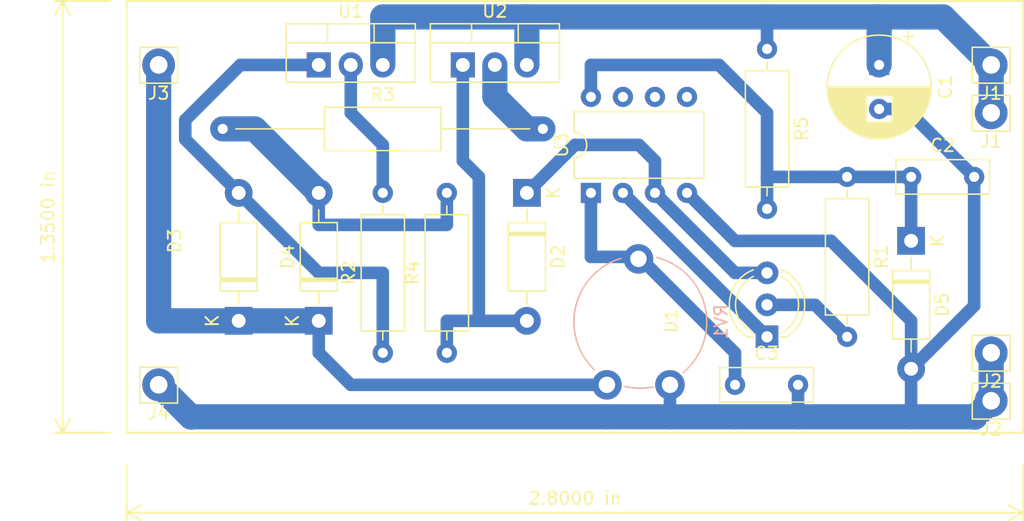
<source format=kicad_pcb>
(kicad_pcb (version 20171130) (host pcbnew 5.1.5-1.fc31)

  (general
    (thickness 1.6)
    (drawings 6)
    (tracks 89)
    (zones 0)
    (modules 23)
    (nets 17)
  )

  (page A4)
  (layers
    (0 F.Cu signal)
    (31 B.Cu signal)
    (33 F.Adhes user)
    (35 F.Paste user)
    (37 F.SilkS user)
    (38 B.Mask user)
    (39 F.Mask user)
    (40 Dwgs.User user)
    (41 Cmts.User user)
    (42 Eco1.User user)
    (43 Eco2.User user)
    (44 Edge.Cuts user)
    (45 Margin user)
    (46 B.CrtYd user)
    (47 F.CrtYd user)
    (49 F.Fab user)
  )

  (setup
    (last_trace_width 0.25)
    (user_trace_width 1)
    (user_trace_width 2)
    (trace_clearance 0.2)
    (zone_clearance 0.508)
    (zone_45_only no)
    (trace_min 0.2)
    (via_size 0.8)
    (via_drill 0.4)
    (via_min_size 0.4)
    (via_min_drill 0.3)
    (uvia_size 0.3)
    (uvia_drill 0.1)
    (uvias_allowed no)
    (uvia_min_size 0.2)
    (uvia_min_drill 0.1)
    (edge_width 0.1)
    (segment_width 0.2)
    (pcb_text_width 0.3)
    (pcb_text_size 1.5 1.5)
    (mod_edge_width 0.15)
    (mod_text_size 1 1)
    (mod_text_width 0.15)
    (pad_size 1.524 1.524)
    (pad_drill 0.762)
    (pad_to_mask_clearance 0)
    (aux_axis_origin 0 0)
    (visible_elements FFFFFF7F)
    (pcbplotparams
      (layerselection 0x00000_fffffffe)
      (usegerberextensions false)
      (usegerberattributes false)
      (usegerberadvancedattributes false)
      (creategerberjobfile true)
      (excludeedgelayer true)
      (linewidth 0.100000)
      (plotframeref true)
      (viasonmask false)
      (mode 1)
      (useauxorigin false)
      (hpglpennumber 1)
      (hpglpenspeed 20)
      (hpglpendiameter 15.000000)
      (psnegative false)
      (psa4output false)
      (plotreference true)
      (plotvalue true)
      (plotinvisibletext false)
      (padsonsilk false)
      (subtractmaskfromsilk true)
      (outputformat 1)
      (mirror false)
      (drillshape 0)
      (scaleselection 1)
      (outputdirectory "./"))
  )

  (net 0 "")
  (net 1 "Net-(C1-Pad1)")
  (net 2 GND)
  (net 3 "Net-(C3-Pad1)")
  (net 4 "Net-(D1-Pad1)")
  (net 5 "Net-(D1-Pad2)")
  (net 6 "Net-(D1-Pad3)")
  (net 7 "Net-(D2-Pad2)")
  (net 8 "Net-(D3-Pad1)")
  (net 9 "Net-(D3-Pad2)")
  (net 10 "Net-(D4-Pad2)")
  (net 11 "Net-(R2-Pad2)")
  (net 12 "Net-(R3-Pad2)")
  (net 13 "Net-(U3-Pad5)")
  (net 14 "Net-(U3-Pad6)")
  (net 15 "Net-(U3-Pad7)")
  (net 16 +12V)

  (net_class Default "Toto je výchozí třída sítě."
    (clearance 0.2)
    (trace_width 0.25)
    (via_dia 0.8)
    (via_drill 0.4)
    (uvia_dia 0.3)
    (uvia_drill 0.1)
    (add_net +12V)
    (add_net GND)
    (add_net "Net-(C1-Pad1)")
    (add_net "Net-(C3-Pad1)")
    (add_net "Net-(D1-Pad1)")
    (add_net "Net-(D1-Pad2)")
    (add_net "Net-(D1-Pad3)")
    (add_net "Net-(D2-Pad2)")
    (add_net "Net-(D3-Pad1)")
    (add_net "Net-(D3-Pad2)")
    (add_net "Net-(D4-Pad2)")
    (add_net "Net-(R2-Pad2)")
    (add_net "Net-(R3-Pad2)")
    (add_net "Net-(U3-Pad5)")
    (add_net "Net-(U3-Pad6)")
    (add_net "Net-(U3-Pad7)")
  )

  (module Connector_Pin:Pin_D1.4mm_L8.5mm_W2.8mm_FlatFork (layer F.Cu) (tedit 5C89BF14) (tstamp 5E27FC3B)
    (at 166.37 93.98)
    (descr "solder Pin_ with flat with fork, hole diameter 1.4mm, length 8.5mm, width 2.8mm, e.g. Ettinger 13.13.890, https://katalog.ettinger.de/#p=434")
    (tags "solder Pin_ with flat fork")
    (path /5E26EB8F)
    (fp_text reference J2 (at 0 2.25) (layer F.SilkS)
      (effects (font (size 1 1) (thickness 0.15)))
    )
    (fp_text value GND (at 0 -2.05) (layer F.Fab)
      (effects (font (size 1 1) (thickness 0.15)))
    )
    (fp_line (start 1.9 1.8) (end -1.9 1.8) (layer F.CrtYd) (width 0.05))
    (fp_line (start 1.9 1.8) (end 1.9 -1.8) (layer F.CrtYd) (width 0.05))
    (fp_line (start -1.9 -1.8) (end -1.9 1.8) (layer F.CrtYd) (width 0.05))
    (fp_line (start -1.9 -1.8) (end 1.9 -1.8) (layer F.CrtYd) (width 0.05))
    (fp_line (start -1.4 0.25) (end -1.4 -0.25) (layer F.Fab) (width 0.1))
    (fp_line (start 1.4 -0.25) (end 1.4 0.25) (layer F.Fab) (width 0.1))
    (fp_line (start -1.5 1.45) (end 1.5 1.45) (layer F.SilkS) (width 0.12))
    (fp_line (start -1.5 -1.4) (end -1.5 1.45) (layer F.SilkS) (width 0.12))
    (fp_line (start 1.5 -1.4) (end 1.5 1.45) (layer F.SilkS) (width 0.12))
    (fp_line (start -1.5 -1.4) (end 1.5 -1.4) (layer F.SilkS) (width 0.12))
    (fp_line (start -1.4 -0.25) (end 1.4 -0.25) (layer F.Fab) (width 0.1))
    (fp_line (start 1.4 0.25) (end -1.4 0.25) (layer F.Fab) (width 0.1))
    (fp_text user %R (at 0 2.25) (layer F.Fab)
      (effects (font (size 1 1) (thickness 0.15)))
    )
    (pad 1 thru_hole circle (at 0 0) (size 2.6 2.6) (drill 1.4) (layers *.Cu *.Mask)
      (net 2 GND))
    (model ${KISYS3DMOD}/Connector_Pin.3dshapes/Pin_D1.4mm_L8.5mm_W2.8mm_FlatFork.wrl
      (at (xyz 0 0 0))
      (scale (xyz 1 1 1))
      (rotate (xyz 0 0 0))
    )
  )

  (module Connector_Pin:Pin_D1.4mm_L8.5mm_W2.8mm_FlatFork (layer F.Cu) (tedit 5C89BF14) (tstamp 5E27FC18)
    (at 166.37 74.93)
    (descr "solder Pin_ with flat with fork, hole diameter 1.4mm, length 8.5mm, width 2.8mm, e.g. Ettinger 13.13.890, https://katalog.ettinger.de/#p=434")
    (tags "solder Pin_ with flat fork")
    (path /5E26D718)
    (fp_text reference J1 (at 0 2.25) (layer F.SilkS)
      (effects (font (size 1 1) (thickness 0.15)))
    )
    (fp_text value +15V (at 0 -2.05) (layer F.Fab)
      (effects (font (size 1 1) (thickness 0.15)))
    )
    (fp_line (start 1.9 1.8) (end -1.9 1.8) (layer F.CrtYd) (width 0.05))
    (fp_line (start 1.9 1.8) (end 1.9 -1.8) (layer F.CrtYd) (width 0.05))
    (fp_line (start -1.9 -1.8) (end -1.9 1.8) (layer F.CrtYd) (width 0.05))
    (fp_line (start -1.9 -1.8) (end 1.9 -1.8) (layer F.CrtYd) (width 0.05))
    (fp_line (start -1.4 0.25) (end -1.4 -0.25) (layer F.Fab) (width 0.1))
    (fp_line (start 1.4 -0.25) (end 1.4 0.25) (layer F.Fab) (width 0.1))
    (fp_line (start -1.5 1.45) (end 1.5 1.45) (layer F.SilkS) (width 0.12))
    (fp_line (start -1.5 -1.4) (end -1.5 1.45) (layer F.SilkS) (width 0.12))
    (fp_line (start 1.5 -1.4) (end 1.5 1.45) (layer F.SilkS) (width 0.12))
    (fp_line (start -1.5 -1.4) (end 1.5 -1.4) (layer F.SilkS) (width 0.12))
    (fp_line (start -1.4 -0.25) (end 1.4 -0.25) (layer F.Fab) (width 0.1))
    (fp_line (start 1.4 0.25) (end -1.4 0.25) (layer F.Fab) (width 0.1))
    (fp_text user %R (at 0 2.25) (layer F.Fab)
      (effects (font (size 1 1) (thickness 0.15)))
    )
    (pad 1 thru_hole circle (at 0 0) (size 2.6 2.6) (drill 1.4) (layers *.Cu *.Mask)
      (net 1 "Net-(C1-Pad1)"))
    (model ${KISYS3DMOD}/Connector_Pin.3dshapes/Pin_D1.4mm_L8.5mm_W2.8mm_FlatFork.wrl
      (at (xyz 0 0 0))
      (scale (xyz 1 1 1))
      (rotate (xyz 0 0 0))
    )
  )

  (module Resistor_THT:R_Axial_DIN0309_L9.0mm_D3.2mm_P12.70mm_Horizontal (layer F.Cu) (tedit 5AE5139B) (tstamp 5E239DBE)
    (at 123.19 93.98 90)
    (descr "Resistor, Axial_DIN0309 series, Axial, Horizontal, pin pitch=12.7mm, 0.5W = 1/2W, length*diameter=9*3.2mm^2, http://cdn-reichelt.de/documents/datenblatt/B400/1_4W%23YAG.pdf")
    (tags "Resistor Axial_DIN0309 series Axial Horizontal pin pitch 12.7mm 0.5W = 1/2W length 9mm diameter 3.2mm")
    (path /5E222924)
    (fp_text reference R4 (at 6.35 -2.72 90) (layer F.SilkS)
      (effects (font (size 1 1) (thickness 0.15)))
    )
    (fp_text value 240R (at 6.35 2.72 90) (layer F.Fab)
      (effects (font (size 1 1) (thickness 0.15)))
    )
    (fp_text user %R (at 6.35 0 90) (layer F.Fab)
      (effects (font (size 1 1) (thickness 0.15)))
    )
    (fp_line (start 13.75 -1.85) (end -1.05 -1.85) (layer F.CrtYd) (width 0.05))
    (fp_line (start 13.75 1.85) (end 13.75 -1.85) (layer F.CrtYd) (width 0.05))
    (fp_line (start -1.05 1.85) (end 13.75 1.85) (layer F.CrtYd) (width 0.05))
    (fp_line (start -1.05 -1.85) (end -1.05 1.85) (layer F.CrtYd) (width 0.05))
    (fp_line (start 11.66 0) (end 10.97 0) (layer F.SilkS) (width 0.12))
    (fp_line (start 1.04 0) (end 1.73 0) (layer F.SilkS) (width 0.12))
    (fp_line (start 10.97 -1.72) (end 1.73 -1.72) (layer F.SilkS) (width 0.12))
    (fp_line (start 10.97 1.72) (end 10.97 -1.72) (layer F.SilkS) (width 0.12))
    (fp_line (start 1.73 1.72) (end 10.97 1.72) (layer F.SilkS) (width 0.12))
    (fp_line (start 1.73 -1.72) (end 1.73 1.72) (layer F.SilkS) (width 0.12))
    (fp_line (start 12.7 0) (end 10.85 0) (layer F.Fab) (width 0.1))
    (fp_line (start 0 0) (end 1.85 0) (layer F.Fab) (width 0.1))
    (fp_line (start 10.85 -1.6) (end 1.85 -1.6) (layer F.Fab) (width 0.1))
    (fp_line (start 10.85 1.6) (end 10.85 -1.6) (layer F.Fab) (width 0.1))
    (fp_line (start 1.85 1.6) (end 10.85 1.6) (layer F.Fab) (width 0.1))
    (fp_line (start 1.85 -1.6) (end 1.85 1.6) (layer F.Fab) (width 0.1))
    (pad 2 thru_hole oval (at 12.7 0 90) (size 1.6 1.6) (drill 0.8) (layers *.Cu *.Mask)
      (net 10 "Net-(D4-Pad2)"))
    (pad 1 thru_hole circle (at 0 0 90) (size 1.6 1.6) (drill 0.8) (layers *.Cu *.Mask)
      (net 7 "Net-(D2-Pad2)"))
    (model ${KISYS3DMOD}/Resistor_THT.3dshapes/R_Axial_DIN0309_L9.0mm_D3.2mm_P12.70mm_Horizontal.wrl
      (at (xyz 0 0 0))
      (scale (xyz 1 1 1))
      (rotate (xyz 0 0 0))
    )
  )

  (module Package_TO_SOT_THT:TO-220-3_Vertical (layer F.Cu) (tedit 5AC8BA0D) (tstamp 5E239E0B)
    (at 124.46 71.12)
    (descr "TO-220-3, Vertical, RM 2.54mm, see https://www.vishay.com/docs/66542/to-220-1.pdf")
    (tags "TO-220-3 Vertical RM 2.54mm")
    (path /5E22148D)
    (fp_text reference U2 (at 2.54 -4.27) (layer F.SilkS)
      (effects (font (size 1 1) (thickness 0.15)))
    )
    (fp_text value LM317L_TO92 (at 2.54 2.5) (layer F.Fab)
      (effects (font (size 1 1) (thickness 0.15)))
    )
    (fp_text user %R (at 2.54 -4.27) (layer F.Fab)
      (effects (font (size 1 1) (thickness 0.15)))
    )
    (fp_line (start 7.79 -3.4) (end -2.71 -3.4) (layer F.CrtYd) (width 0.05))
    (fp_line (start 7.79 1.51) (end 7.79 -3.4) (layer F.CrtYd) (width 0.05))
    (fp_line (start -2.71 1.51) (end 7.79 1.51) (layer F.CrtYd) (width 0.05))
    (fp_line (start -2.71 -3.4) (end -2.71 1.51) (layer F.CrtYd) (width 0.05))
    (fp_line (start 4.391 -3.27) (end 4.391 -1.76) (layer F.SilkS) (width 0.12))
    (fp_line (start 0.69 -3.27) (end 0.69 -1.76) (layer F.SilkS) (width 0.12))
    (fp_line (start -2.58 -1.76) (end 7.66 -1.76) (layer F.SilkS) (width 0.12))
    (fp_line (start 7.66 -3.27) (end 7.66 1.371) (layer F.SilkS) (width 0.12))
    (fp_line (start -2.58 -3.27) (end -2.58 1.371) (layer F.SilkS) (width 0.12))
    (fp_line (start -2.58 1.371) (end 7.66 1.371) (layer F.SilkS) (width 0.12))
    (fp_line (start -2.58 -3.27) (end 7.66 -3.27) (layer F.SilkS) (width 0.12))
    (fp_line (start 4.39 -3.15) (end 4.39 -1.88) (layer F.Fab) (width 0.1))
    (fp_line (start 0.69 -3.15) (end 0.69 -1.88) (layer F.Fab) (width 0.1))
    (fp_line (start -2.46 -1.88) (end 7.54 -1.88) (layer F.Fab) (width 0.1))
    (fp_line (start 7.54 -3.15) (end -2.46 -3.15) (layer F.Fab) (width 0.1))
    (fp_line (start 7.54 1.25) (end 7.54 -3.15) (layer F.Fab) (width 0.1))
    (fp_line (start -2.46 1.25) (end 7.54 1.25) (layer F.Fab) (width 0.1))
    (fp_line (start -2.46 -3.15) (end -2.46 1.25) (layer F.Fab) (width 0.1))
    (pad 3 thru_hole oval (at 5.08 0) (size 1.905 2) (drill 1.1) (layers *.Cu *.Mask)
      (net 1 "Net-(C1-Pad1)"))
    (pad 2 thru_hole oval (at 2.54 0) (size 1.905 2) (drill 1.1) (layers *.Cu *.Mask)
      (net 12 "Net-(R3-Pad2)"))
    (pad 1 thru_hole rect (at 0 0) (size 1.905 2) (drill 1.1) (layers *.Cu *.Mask)
      (net 7 "Net-(D2-Pad2)"))
    (model ${KISYS3DMOD}/Package_TO_SOT_THT.3dshapes/TO-220-3_Vertical.wrl
      (at (xyz 0 0 0))
      (scale (xyz 1 1 1))
      (rotate (xyz 0 0 0))
    )
  )

  (module Package_TO_SOT_THT:TO-220-3_Vertical (layer F.Cu) (tedit 5AC8BA0D) (tstamp 5E239DF9)
    (at 113.03 71.12)
    (descr "TO-220-3, Vertical, RM 2.54mm, see https://www.vishay.com/docs/66542/to-220-1.pdf")
    (tags "TO-220-3 Vertical RM 2.54mm")
    (path /5E249E01)
    (fp_text reference U1 (at 2.54 -4.27) (layer F.SilkS)
      (effects (font (size 1 1) (thickness 0.15)))
    )
    (fp_text value LM317L_TO92 (at 2.54 2.5) (layer F.Fab)
      (effects (font (size 1 1) (thickness 0.15)))
    )
    (fp_text user %R (at 2.54 -4.27) (layer F.Fab)
      (effects (font (size 1 1) (thickness 0.15)))
    )
    (fp_line (start 7.79 -3.4) (end -2.71 -3.4) (layer F.CrtYd) (width 0.05))
    (fp_line (start 7.79 1.51) (end 7.79 -3.4) (layer F.CrtYd) (width 0.05))
    (fp_line (start -2.71 1.51) (end 7.79 1.51) (layer F.CrtYd) (width 0.05))
    (fp_line (start -2.71 -3.4) (end -2.71 1.51) (layer F.CrtYd) (width 0.05))
    (fp_line (start 4.391 -3.27) (end 4.391 -1.76) (layer F.SilkS) (width 0.12))
    (fp_line (start 0.69 -3.27) (end 0.69 -1.76) (layer F.SilkS) (width 0.12))
    (fp_line (start -2.58 -1.76) (end 7.66 -1.76) (layer F.SilkS) (width 0.12))
    (fp_line (start 7.66 -3.27) (end 7.66 1.371) (layer F.SilkS) (width 0.12))
    (fp_line (start -2.58 -3.27) (end -2.58 1.371) (layer F.SilkS) (width 0.12))
    (fp_line (start -2.58 1.371) (end 7.66 1.371) (layer F.SilkS) (width 0.12))
    (fp_line (start -2.58 -3.27) (end 7.66 -3.27) (layer F.SilkS) (width 0.12))
    (fp_line (start 4.39 -3.15) (end 4.39 -1.88) (layer F.Fab) (width 0.1))
    (fp_line (start 0.69 -3.15) (end 0.69 -1.88) (layer F.Fab) (width 0.1))
    (fp_line (start -2.46 -1.88) (end 7.54 -1.88) (layer F.Fab) (width 0.1))
    (fp_line (start 7.54 -3.15) (end -2.46 -3.15) (layer F.Fab) (width 0.1))
    (fp_line (start 7.54 1.25) (end 7.54 -3.15) (layer F.Fab) (width 0.1))
    (fp_line (start -2.46 1.25) (end 7.54 1.25) (layer F.Fab) (width 0.1))
    (fp_line (start -2.46 -3.15) (end -2.46 1.25) (layer F.Fab) (width 0.1))
    (pad 3 thru_hole oval (at 5.08 0) (size 1.905 2) (drill 1.1) (layers *.Cu *.Mask)
      (net 1 "Net-(C1-Pad1)"))
    (pad 2 thru_hole oval (at 2.54 0) (size 1.905 2) (drill 1.1) (layers *.Cu *.Mask)
      (net 11 "Net-(R2-Pad2)"))
    (pad 1 thru_hole rect (at 0 0) (size 1.905 2) (drill 1.1) (layers *.Cu *.Mask)
      (net 9 "Net-(D3-Pad2)"))
    (model ${KISYS3DMOD}/Package_TO_SOT_THT.3dshapes/TO-220-3_Vertical.wrl
      (at (xyz 0 0 0))
      (scale (xyz 1 1 1))
      (rotate (xyz 0 0 0))
    )
  )

  (module Capacitor_THT:CP_Radial_D8.0mm_P3.50mm (layer F.Cu) (tedit 5AE50EF0) (tstamp 5E239C64)
    (at 157.48 71.12 270)
    (descr "CP, Radial series, Radial, pin pitch=3.50mm, , diameter=8mm, Electrolytic Capacitor")
    (tags "CP Radial series Radial pin pitch 3.50mm  diameter 8mm Electrolytic Capacitor")
    (path /5E225ABA)
    (fp_text reference C1 (at 1.75 -5.25 90) (layer F.SilkS)
      (effects (font (size 1 1) (thickness 0.15)))
    )
    (fp_text value 470U (at 1.75 5.25 90) (layer F.Fab)
      (effects (font (size 1 1) (thickness 0.15)))
    )
    (fp_circle (center 1.75 0) (end 5.75 0) (layer F.Fab) (width 0.1))
    (fp_circle (center 1.75 0) (end 5.87 0) (layer F.SilkS) (width 0.12))
    (fp_circle (center 1.75 0) (end 6 0) (layer F.CrtYd) (width 0.05))
    (fp_line (start -1.676759 -1.7475) (end -0.876759 -1.7475) (layer F.Fab) (width 0.1))
    (fp_line (start -1.276759 -2.1475) (end -1.276759 -1.3475) (layer F.Fab) (width 0.1))
    (fp_line (start 1.75 -4.08) (end 1.75 4.08) (layer F.SilkS) (width 0.12))
    (fp_line (start 1.79 -4.08) (end 1.79 4.08) (layer F.SilkS) (width 0.12))
    (fp_line (start 1.83 -4.08) (end 1.83 4.08) (layer F.SilkS) (width 0.12))
    (fp_line (start 1.87 -4.079) (end 1.87 4.079) (layer F.SilkS) (width 0.12))
    (fp_line (start 1.91 -4.077) (end 1.91 4.077) (layer F.SilkS) (width 0.12))
    (fp_line (start 1.95 -4.076) (end 1.95 4.076) (layer F.SilkS) (width 0.12))
    (fp_line (start 1.99 -4.074) (end 1.99 4.074) (layer F.SilkS) (width 0.12))
    (fp_line (start 2.03 -4.071) (end 2.03 4.071) (layer F.SilkS) (width 0.12))
    (fp_line (start 2.07 -4.068) (end 2.07 4.068) (layer F.SilkS) (width 0.12))
    (fp_line (start 2.11 -4.065) (end 2.11 4.065) (layer F.SilkS) (width 0.12))
    (fp_line (start 2.15 -4.061) (end 2.15 4.061) (layer F.SilkS) (width 0.12))
    (fp_line (start 2.19 -4.057) (end 2.19 4.057) (layer F.SilkS) (width 0.12))
    (fp_line (start 2.23 -4.052) (end 2.23 4.052) (layer F.SilkS) (width 0.12))
    (fp_line (start 2.27 -4.048) (end 2.27 4.048) (layer F.SilkS) (width 0.12))
    (fp_line (start 2.31 -4.042) (end 2.31 4.042) (layer F.SilkS) (width 0.12))
    (fp_line (start 2.35 -4.037) (end 2.35 4.037) (layer F.SilkS) (width 0.12))
    (fp_line (start 2.39 -4.03) (end 2.39 4.03) (layer F.SilkS) (width 0.12))
    (fp_line (start 2.43 -4.024) (end 2.43 4.024) (layer F.SilkS) (width 0.12))
    (fp_line (start 2.471 -4.017) (end 2.471 -1.04) (layer F.SilkS) (width 0.12))
    (fp_line (start 2.471 1.04) (end 2.471 4.017) (layer F.SilkS) (width 0.12))
    (fp_line (start 2.511 -4.01) (end 2.511 -1.04) (layer F.SilkS) (width 0.12))
    (fp_line (start 2.511 1.04) (end 2.511 4.01) (layer F.SilkS) (width 0.12))
    (fp_line (start 2.551 -4.002) (end 2.551 -1.04) (layer F.SilkS) (width 0.12))
    (fp_line (start 2.551 1.04) (end 2.551 4.002) (layer F.SilkS) (width 0.12))
    (fp_line (start 2.591 -3.994) (end 2.591 -1.04) (layer F.SilkS) (width 0.12))
    (fp_line (start 2.591 1.04) (end 2.591 3.994) (layer F.SilkS) (width 0.12))
    (fp_line (start 2.631 -3.985) (end 2.631 -1.04) (layer F.SilkS) (width 0.12))
    (fp_line (start 2.631 1.04) (end 2.631 3.985) (layer F.SilkS) (width 0.12))
    (fp_line (start 2.671 -3.976) (end 2.671 -1.04) (layer F.SilkS) (width 0.12))
    (fp_line (start 2.671 1.04) (end 2.671 3.976) (layer F.SilkS) (width 0.12))
    (fp_line (start 2.711 -3.967) (end 2.711 -1.04) (layer F.SilkS) (width 0.12))
    (fp_line (start 2.711 1.04) (end 2.711 3.967) (layer F.SilkS) (width 0.12))
    (fp_line (start 2.751 -3.957) (end 2.751 -1.04) (layer F.SilkS) (width 0.12))
    (fp_line (start 2.751 1.04) (end 2.751 3.957) (layer F.SilkS) (width 0.12))
    (fp_line (start 2.791 -3.947) (end 2.791 -1.04) (layer F.SilkS) (width 0.12))
    (fp_line (start 2.791 1.04) (end 2.791 3.947) (layer F.SilkS) (width 0.12))
    (fp_line (start 2.831 -3.936) (end 2.831 -1.04) (layer F.SilkS) (width 0.12))
    (fp_line (start 2.831 1.04) (end 2.831 3.936) (layer F.SilkS) (width 0.12))
    (fp_line (start 2.871 -3.925) (end 2.871 -1.04) (layer F.SilkS) (width 0.12))
    (fp_line (start 2.871 1.04) (end 2.871 3.925) (layer F.SilkS) (width 0.12))
    (fp_line (start 2.911 -3.914) (end 2.911 -1.04) (layer F.SilkS) (width 0.12))
    (fp_line (start 2.911 1.04) (end 2.911 3.914) (layer F.SilkS) (width 0.12))
    (fp_line (start 2.951 -3.902) (end 2.951 -1.04) (layer F.SilkS) (width 0.12))
    (fp_line (start 2.951 1.04) (end 2.951 3.902) (layer F.SilkS) (width 0.12))
    (fp_line (start 2.991 -3.889) (end 2.991 -1.04) (layer F.SilkS) (width 0.12))
    (fp_line (start 2.991 1.04) (end 2.991 3.889) (layer F.SilkS) (width 0.12))
    (fp_line (start 3.031 -3.877) (end 3.031 -1.04) (layer F.SilkS) (width 0.12))
    (fp_line (start 3.031 1.04) (end 3.031 3.877) (layer F.SilkS) (width 0.12))
    (fp_line (start 3.071 -3.863) (end 3.071 -1.04) (layer F.SilkS) (width 0.12))
    (fp_line (start 3.071 1.04) (end 3.071 3.863) (layer F.SilkS) (width 0.12))
    (fp_line (start 3.111 -3.85) (end 3.111 -1.04) (layer F.SilkS) (width 0.12))
    (fp_line (start 3.111 1.04) (end 3.111 3.85) (layer F.SilkS) (width 0.12))
    (fp_line (start 3.151 -3.835) (end 3.151 -1.04) (layer F.SilkS) (width 0.12))
    (fp_line (start 3.151 1.04) (end 3.151 3.835) (layer F.SilkS) (width 0.12))
    (fp_line (start 3.191 -3.821) (end 3.191 -1.04) (layer F.SilkS) (width 0.12))
    (fp_line (start 3.191 1.04) (end 3.191 3.821) (layer F.SilkS) (width 0.12))
    (fp_line (start 3.231 -3.805) (end 3.231 -1.04) (layer F.SilkS) (width 0.12))
    (fp_line (start 3.231 1.04) (end 3.231 3.805) (layer F.SilkS) (width 0.12))
    (fp_line (start 3.271 -3.79) (end 3.271 -1.04) (layer F.SilkS) (width 0.12))
    (fp_line (start 3.271 1.04) (end 3.271 3.79) (layer F.SilkS) (width 0.12))
    (fp_line (start 3.311 -3.774) (end 3.311 -1.04) (layer F.SilkS) (width 0.12))
    (fp_line (start 3.311 1.04) (end 3.311 3.774) (layer F.SilkS) (width 0.12))
    (fp_line (start 3.351 -3.757) (end 3.351 -1.04) (layer F.SilkS) (width 0.12))
    (fp_line (start 3.351 1.04) (end 3.351 3.757) (layer F.SilkS) (width 0.12))
    (fp_line (start 3.391 -3.74) (end 3.391 -1.04) (layer F.SilkS) (width 0.12))
    (fp_line (start 3.391 1.04) (end 3.391 3.74) (layer F.SilkS) (width 0.12))
    (fp_line (start 3.431 -3.722) (end 3.431 -1.04) (layer F.SilkS) (width 0.12))
    (fp_line (start 3.431 1.04) (end 3.431 3.722) (layer F.SilkS) (width 0.12))
    (fp_line (start 3.471 -3.704) (end 3.471 -1.04) (layer F.SilkS) (width 0.12))
    (fp_line (start 3.471 1.04) (end 3.471 3.704) (layer F.SilkS) (width 0.12))
    (fp_line (start 3.511 -3.686) (end 3.511 -1.04) (layer F.SilkS) (width 0.12))
    (fp_line (start 3.511 1.04) (end 3.511 3.686) (layer F.SilkS) (width 0.12))
    (fp_line (start 3.551 -3.666) (end 3.551 -1.04) (layer F.SilkS) (width 0.12))
    (fp_line (start 3.551 1.04) (end 3.551 3.666) (layer F.SilkS) (width 0.12))
    (fp_line (start 3.591 -3.647) (end 3.591 -1.04) (layer F.SilkS) (width 0.12))
    (fp_line (start 3.591 1.04) (end 3.591 3.647) (layer F.SilkS) (width 0.12))
    (fp_line (start 3.631 -3.627) (end 3.631 -1.04) (layer F.SilkS) (width 0.12))
    (fp_line (start 3.631 1.04) (end 3.631 3.627) (layer F.SilkS) (width 0.12))
    (fp_line (start 3.671 -3.606) (end 3.671 -1.04) (layer F.SilkS) (width 0.12))
    (fp_line (start 3.671 1.04) (end 3.671 3.606) (layer F.SilkS) (width 0.12))
    (fp_line (start 3.711 -3.584) (end 3.711 -1.04) (layer F.SilkS) (width 0.12))
    (fp_line (start 3.711 1.04) (end 3.711 3.584) (layer F.SilkS) (width 0.12))
    (fp_line (start 3.751 -3.562) (end 3.751 -1.04) (layer F.SilkS) (width 0.12))
    (fp_line (start 3.751 1.04) (end 3.751 3.562) (layer F.SilkS) (width 0.12))
    (fp_line (start 3.791 -3.54) (end 3.791 -1.04) (layer F.SilkS) (width 0.12))
    (fp_line (start 3.791 1.04) (end 3.791 3.54) (layer F.SilkS) (width 0.12))
    (fp_line (start 3.831 -3.517) (end 3.831 -1.04) (layer F.SilkS) (width 0.12))
    (fp_line (start 3.831 1.04) (end 3.831 3.517) (layer F.SilkS) (width 0.12))
    (fp_line (start 3.871 -3.493) (end 3.871 -1.04) (layer F.SilkS) (width 0.12))
    (fp_line (start 3.871 1.04) (end 3.871 3.493) (layer F.SilkS) (width 0.12))
    (fp_line (start 3.911 -3.469) (end 3.911 -1.04) (layer F.SilkS) (width 0.12))
    (fp_line (start 3.911 1.04) (end 3.911 3.469) (layer F.SilkS) (width 0.12))
    (fp_line (start 3.951 -3.444) (end 3.951 -1.04) (layer F.SilkS) (width 0.12))
    (fp_line (start 3.951 1.04) (end 3.951 3.444) (layer F.SilkS) (width 0.12))
    (fp_line (start 3.991 -3.418) (end 3.991 -1.04) (layer F.SilkS) (width 0.12))
    (fp_line (start 3.991 1.04) (end 3.991 3.418) (layer F.SilkS) (width 0.12))
    (fp_line (start 4.031 -3.392) (end 4.031 -1.04) (layer F.SilkS) (width 0.12))
    (fp_line (start 4.031 1.04) (end 4.031 3.392) (layer F.SilkS) (width 0.12))
    (fp_line (start 4.071 -3.365) (end 4.071 -1.04) (layer F.SilkS) (width 0.12))
    (fp_line (start 4.071 1.04) (end 4.071 3.365) (layer F.SilkS) (width 0.12))
    (fp_line (start 4.111 -3.338) (end 4.111 -1.04) (layer F.SilkS) (width 0.12))
    (fp_line (start 4.111 1.04) (end 4.111 3.338) (layer F.SilkS) (width 0.12))
    (fp_line (start 4.151 -3.309) (end 4.151 -1.04) (layer F.SilkS) (width 0.12))
    (fp_line (start 4.151 1.04) (end 4.151 3.309) (layer F.SilkS) (width 0.12))
    (fp_line (start 4.191 -3.28) (end 4.191 -1.04) (layer F.SilkS) (width 0.12))
    (fp_line (start 4.191 1.04) (end 4.191 3.28) (layer F.SilkS) (width 0.12))
    (fp_line (start 4.231 -3.25) (end 4.231 -1.04) (layer F.SilkS) (width 0.12))
    (fp_line (start 4.231 1.04) (end 4.231 3.25) (layer F.SilkS) (width 0.12))
    (fp_line (start 4.271 -3.22) (end 4.271 -1.04) (layer F.SilkS) (width 0.12))
    (fp_line (start 4.271 1.04) (end 4.271 3.22) (layer F.SilkS) (width 0.12))
    (fp_line (start 4.311 -3.189) (end 4.311 -1.04) (layer F.SilkS) (width 0.12))
    (fp_line (start 4.311 1.04) (end 4.311 3.189) (layer F.SilkS) (width 0.12))
    (fp_line (start 4.351 -3.156) (end 4.351 -1.04) (layer F.SilkS) (width 0.12))
    (fp_line (start 4.351 1.04) (end 4.351 3.156) (layer F.SilkS) (width 0.12))
    (fp_line (start 4.391 -3.124) (end 4.391 -1.04) (layer F.SilkS) (width 0.12))
    (fp_line (start 4.391 1.04) (end 4.391 3.124) (layer F.SilkS) (width 0.12))
    (fp_line (start 4.431 -3.09) (end 4.431 -1.04) (layer F.SilkS) (width 0.12))
    (fp_line (start 4.431 1.04) (end 4.431 3.09) (layer F.SilkS) (width 0.12))
    (fp_line (start 4.471 -3.055) (end 4.471 -1.04) (layer F.SilkS) (width 0.12))
    (fp_line (start 4.471 1.04) (end 4.471 3.055) (layer F.SilkS) (width 0.12))
    (fp_line (start 4.511 -3.019) (end 4.511 -1.04) (layer F.SilkS) (width 0.12))
    (fp_line (start 4.511 1.04) (end 4.511 3.019) (layer F.SilkS) (width 0.12))
    (fp_line (start 4.551 -2.983) (end 4.551 2.983) (layer F.SilkS) (width 0.12))
    (fp_line (start 4.591 -2.945) (end 4.591 2.945) (layer F.SilkS) (width 0.12))
    (fp_line (start 4.631 -2.907) (end 4.631 2.907) (layer F.SilkS) (width 0.12))
    (fp_line (start 4.671 -2.867) (end 4.671 2.867) (layer F.SilkS) (width 0.12))
    (fp_line (start 4.711 -2.826) (end 4.711 2.826) (layer F.SilkS) (width 0.12))
    (fp_line (start 4.751 -2.784) (end 4.751 2.784) (layer F.SilkS) (width 0.12))
    (fp_line (start 4.791 -2.741) (end 4.791 2.741) (layer F.SilkS) (width 0.12))
    (fp_line (start 4.831 -2.697) (end 4.831 2.697) (layer F.SilkS) (width 0.12))
    (fp_line (start 4.871 -2.651) (end 4.871 2.651) (layer F.SilkS) (width 0.12))
    (fp_line (start 4.911 -2.604) (end 4.911 2.604) (layer F.SilkS) (width 0.12))
    (fp_line (start 4.951 -2.556) (end 4.951 2.556) (layer F.SilkS) (width 0.12))
    (fp_line (start 4.991 -2.505) (end 4.991 2.505) (layer F.SilkS) (width 0.12))
    (fp_line (start 5.031 -2.454) (end 5.031 2.454) (layer F.SilkS) (width 0.12))
    (fp_line (start 5.071 -2.4) (end 5.071 2.4) (layer F.SilkS) (width 0.12))
    (fp_line (start 5.111 -2.345) (end 5.111 2.345) (layer F.SilkS) (width 0.12))
    (fp_line (start 5.151 -2.287) (end 5.151 2.287) (layer F.SilkS) (width 0.12))
    (fp_line (start 5.191 -2.228) (end 5.191 2.228) (layer F.SilkS) (width 0.12))
    (fp_line (start 5.231 -2.166) (end 5.231 2.166) (layer F.SilkS) (width 0.12))
    (fp_line (start 5.271 -2.102) (end 5.271 2.102) (layer F.SilkS) (width 0.12))
    (fp_line (start 5.311 -2.034) (end 5.311 2.034) (layer F.SilkS) (width 0.12))
    (fp_line (start 5.351 -1.964) (end 5.351 1.964) (layer F.SilkS) (width 0.12))
    (fp_line (start 5.391 -1.89) (end 5.391 1.89) (layer F.SilkS) (width 0.12))
    (fp_line (start 5.431 -1.813) (end 5.431 1.813) (layer F.SilkS) (width 0.12))
    (fp_line (start 5.471 -1.731) (end 5.471 1.731) (layer F.SilkS) (width 0.12))
    (fp_line (start 5.511 -1.645) (end 5.511 1.645) (layer F.SilkS) (width 0.12))
    (fp_line (start 5.551 -1.552) (end 5.551 1.552) (layer F.SilkS) (width 0.12))
    (fp_line (start 5.591 -1.453) (end 5.591 1.453) (layer F.SilkS) (width 0.12))
    (fp_line (start 5.631 -1.346) (end 5.631 1.346) (layer F.SilkS) (width 0.12))
    (fp_line (start 5.671 -1.229) (end 5.671 1.229) (layer F.SilkS) (width 0.12))
    (fp_line (start 5.711 -1.098) (end 5.711 1.098) (layer F.SilkS) (width 0.12))
    (fp_line (start 5.751 -0.948) (end 5.751 0.948) (layer F.SilkS) (width 0.12))
    (fp_line (start 5.791 -0.768) (end 5.791 0.768) (layer F.SilkS) (width 0.12))
    (fp_line (start 5.831 -0.533) (end 5.831 0.533) (layer F.SilkS) (width 0.12))
    (fp_line (start -2.659698 -2.315) (end -1.859698 -2.315) (layer F.SilkS) (width 0.12))
    (fp_line (start -2.259698 -2.715) (end -2.259698 -1.915) (layer F.SilkS) (width 0.12))
    (fp_text user %R (at 1.75 0 90) (layer F.Fab)
      (effects (font (size 1 1) (thickness 0.15)))
    )
    (pad 1 thru_hole rect (at 0 0 270) (size 1.6 1.6) (drill 0.8) (layers *.Cu *.Mask)
      (net 1 "Net-(C1-Pad1)"))
    (pad 2 thru_hole circle (at 3.5 0 270) (size 1.6 1.6) (drill 0.8) (layers *.Cu *.Mask)
      (net 2 GND))
    (model ${KISYS3DMOD}/Capacitor_THT.3dshapes/CP_Radial_D8.0mm_P3.50mm.wrl
      (at (xyz 0 0 0))
      (scale (xyz 1 1 1))
      (rotate (xyz 0 0 0))
    )
  )

  (module Capacitor_THT:C_Rect_L7.2mm_W2.5mm_P5.00mm_FKS2_FKP2_MKS2_MKP2 (layer F.Cu) (tedit 5AE50EF0) (tstamp 5E239C77)
    (at 160.02 80.01)
    (descr "C, Rect series, Radial, pin pitch=5.00mm, , length*width=7.2*2.5mm^2, Capacitor, http://www.wima.com/EN/WIMA_FKS_2.pdf")
    (tags "C Rect series Radial pin pitch 5.00mm  length 7.2mm width 2.5mm Capacitor")
    (path /5E2251E1)
    (fp_text reference C2 (at 2.5 -2.5) (layer F.SilkS)
      (effects (font (size 1 1) (thickness 0.15)))
    )
    (fp_text value 100N (at 2.5 2.5) (layer F.Fab)
      (effects (font (size 1 1) (thickness 0.15)))
    )
    (fp_text user %R (at 2.5 -2.54) (layer F.Fab)
      (effects (font (size 1 1) (thickness 0.15)))
    )
    (fp_line (start 6.35 -1.5) (end -1.35 -1.5) (layer F.CrtYd) (width 0.05))
    (fp_line (start 6.35 1.5) (end 6.35 -1.5) (layer F.CrtYd) (width 0.05))
    (fp_line (start -1.35 1.5) (end 6.35 1.5) (layer F.CrtYd) (width 0.05))
    (fp_line (start -1.35 -1.5) (end -1.35 1.5) (layer F.CrtYd) (width 0.05))
    (fp_line (start 6.22 -1.37) (end 6.22 1.37) (layer F.SilkS) (width 0.12))
    (fp_line (start -1.22 -1.37) (end -1.22 1.37) (layer F.SilkS) (width 0.12))
    (fp_line (start -1.22 1.37) (end 6.22 1.37) (layer F.SilkS) (width 0.12))
    (fp_line (start -1.22 -1.37) (end 6.22 -1.37) (layer F.SilkS) (width 0.12))
    (fp_line (start 6.1 -1.25) (end -1.1 -1.25) (layer F.Fab) (width 0.1))
    (fp_line (start 6.1 1.25) (end 6.1 -1.25) (layer F.Fab) (width 0.1))
    (fp_line (start -1.1 1.25) (end 6.1 1.25) (layer F.Fab) (width 0.1))
    (fp_line (start -1.1 -1.25) (end -1.1 1.25) (layer F.Fab) (width 0.1))
    (pad 2 thru_hole circle (at 5 0) (size 1.6 1.6) (drill 0.8) (layers *.Cu *.Mask)
      (net 2 GND))
    (pad 1 thru_hole circle (at 0 0) (size 1.6 1.6) (drill 0.8) (layers *.Cu *.Mask)
      (net 16 +12V))
    (model ${KISYS3DMOD}/Capacitor_THT.3dshapes/C_Rect_L7.2mm_W2.5mm_P5.00mm_FKS2_FKP2_MKS2_MKP2.wrl
      (at (xyz 0 0 0))
      (scale (xyz 1 1 1))
      (rotate (xyz 0 0 0))
    )
  )

  (module Capacitor_THT:C_Rect_L7.2mm_W2.5mm_P5.00mm_FKS2_FKP2_MKS2_MKP2 (layer F.Cu) (tedit 5AE50EF0) (tstamp 5E239C8A)
    (at 146.05 96.52)
    (descr "C, Rect series, Radial, pin pitch=5.00mm, , length*width=7.2*2.5mm^2, Capacitor, http://www.wima.com/EN/WIMA_FKS_2.pdf")
    (tags "C Rect series Radial pin pitch 5.00mm  length 7.2mm width 2.5mm Capacitor")
    (path /5E2255AF)
    (fp_text reference C3 (at 2.5 -2.5) (layer F.SilkS)
      (effects (font (size 1 1) (thickness 0.15)))
    )
    (fp_text value 10N (at 2.5 2.5) (layer F.Fab)
      (effects (font (size 1 1) (thickness 0.15)))
    )
    (fp_line (start -1.1 -1.25) (end -1.1 1.25) (layer F.Fab) (width 0.1))
    (fp_line (start -1.1 1.25) (end 6.1 1.25) (layer F.Fab) (width 0.1))
    (fp_line (start 6.1 1.25) (end 6.1 -1.25) (layer F.Fab) (width 0.1))
    (fp_line (start 6.1 -1.25) (end -1.1 -1.25) (layer F.Fab) (width 0.1))
    (fp_line (start -1.22 -1.37) (end 6.22 -1.37) (layer F.SilkS) (width 0.12))
    (fp_line (start -1.22 1.37) (end 6.22 1.37) (layer F.SilkS) (width 0.12))
    (fp_line (start -1.22 -1.37) (end -1.22 1.37) (layer F.SilkS) (width 0.12))
    (fp_line (start 6.22 -1.37) (end 6.22 1.37) (layer F.SilkS) (width 0.12))
    (fp_line (start -1.35 -1.5) (end -1.35 1.5) (layer F.CrtYd) (width 0.05))
    (fp_line (start -1.35 1.5) (end 6.35 1.5) (layer F.CrtYd) (width 0.05))
    (fp_line (start 6.35 1.5) (end 6.35 -1.5) (layer F.CrtYd) (width 0.05))
    (fp_line (start 6.35 -1.5) (end -1.35 -1.5) (layer F.CrtYd) (width 0.05))
    (fp_text user %R (at 2.54 5.08) (layer F.Fab)
      (effects (font (size 1 1) (thickness 0.15)))
    )
    (pad 1 thru_hole circle (at 0 0) (size 1.6 1.6) (drill 0.8) (layers *.Cu *.Mask)
      (net 3 "Net-(C3-Pad1)"))
    (pad 2 thru_hole circle (at 5 0) (size 1.6 1.6) (drill 0.8) (layers *.Cu *.Mask)
      (net 2 GND))
    (model ${KISYS3DMOD}/Capacitor_THT.3dshapes/C_Rect_L7.2mm_W2.5mm_P5.00mm_FKS2_FKP2_MKS2_MKP2.wrl
      (at (xyz 0 0 0))
      (scale (xyz 1 1 1))
      (rotate (xyz 0 0 0))
    )
  )

  (module LED_THT:LED_D5.0mm-3 (layer F.Cu) (tedit 587A3A7B) (tstamp 5E239C9E)
    (at 148.59 92.71 90)
    (descr "LED, diameter 5.0mm, 2 pins, diameter 5.0mm, 3 pins, http://www.kingbright.com/attachments/file/psearch/000/00/00/L-59EGC(Ver.17A).pdf")
    (tags "LED diameter 5.0mm 2 pins diameter 5.0mm 3 pins")
    (path /5E223F48)
    (fp_text reference D1 (at 1.27 -7.62 90) (layer F.SilkS)
      (effects (font (size 1 1) (thickness 0.15)))
    )
    (fp_text value LED_Dual_CAC (at 2.54 3.96 90) (layer F.Fab)
      (effects (font (size 1 1) (thickness 0.15)))
    )
    (fp_arc (start 2.54 0) (end 0.04 -1.469694) (angle 299.1) (layer F.Fab) (width 0.1))
    (fp_arc (start 2.54 0) (end -0.02 -1.54483) (angle 127.7) (layer F.SilkS) (width 0.12))
    (fp_arc (start 2.54 0) (end -0.02 1.54483) (angle -127.7) (layer F.SilkS) (width 0.12))
    (fp_arc (start 2.54 0) (end 0.285316 -1.08) (angle 128.8) (layer F.SilkS) (width 0.12))
    (fp_arc (start 2.54 0) (end 0.285316 1.08) (angle -128.8) (layer F.SilkS) (width 0.12))
    (fp_circle (center 2.54 0) (end 5.04 0) (layer F.Fab) (width 0.1))
    (fp_line (start 0.04 -1.469694) (end 0.04 1.469694) (layer F.Fab) (width 0.1))
    (fp_line (start -0.02 -1.545) (end -0.02 -1.08) (layer F.SilkS) (width 0.12))
    (fp_line (start -0.02 1.08) (end -0.02 1.545) (layer F.SilkS) (width 0.12))
    (fp_line (start -1.15 -3.25) (end -1.15 3.25) (layer F.CrtYd) (width 0.05))
    (fp_line (start -1.15 3.25) (end 6.25 3.25) (layer F.CrtYd) (width 0.05))
    (fp_line (start 6.25 3.25) (end 6.25 -3.25) (layer F.CrtYd) (width 0.05))
    (fp_line (start 6.25 -3.25) (end -1.15 -3.25) (layer F.CrtYd) (width 0.05))
    (pad 1 thru_hole rect (at 0 0 90) (size 1.8 1.8) (drill 0.9) (layers *.Cu *.Mask)
      (net 4 "Net-(D1-Pad1)"))
    (pad 2 thru_hole circle (at 2.54 0 90) (size 1.8 1.8) (drill 0.9) (layers *.Cu *.Mask)
      (net 5 "Net-(D1-Pad2)"))
    (pad 3 thru_hole circle (at 5.08 0 90) (size 1.8 1.8) (drill 0.9) (layers *.Cu *.Mask)
      (net 6 "Net-(D1-Pad3)"))
    (model ${KISYS3DMOD}/LED_THT.3dshapes/LED_D5.0mm-3.wrl
      (at (xyz 0 0 0))
      (scale (xyz 1 1 1))
      (rotate (xyz 0 0 0))
    )
  )

  (module Diode_THT:D_DO-41_SOD81_P10.16mm_Horizontal (layer F.Cu) (tedit 5AE50CD5) (tstamp 5E239CBD)
    (at 129.54 81.28 270)
    (descr "Diode, DO-41_SOD81 series, Axial, Horizontal, pin pitch=10.16mm, , length*diameter=5.2*2.7mm^2, , http://www.diodes.com/_files/packages/DO-41%20(Plastic).pdf")
    (tags "Diode DO-41_SOD81 series Axial Horizontal pin pitch 10.16mm  length 5.2mm diameter 2.7mm")
    (path /5E2216E2)
    (fp_text reference D2 (at 5.08 -2.47 90) (layer F.SilkS)
      (effects (font (size 1 1) (thickness 0.15)))
    )
    (fp_text value 1N4007 (at 5.08 2.47 90) (layer F.Fab)
      (effects (font (size 1 1) (thickness 0.15)))
    )
    (fp_text user K (at 0 -2.1 90) (layer F.SilkS)
      (effects (font (size 1 1) (thickness 0.15)))
    )
    (fp_text user K (at 0 -2.1 90) (layer F.Fab)
      (effects (font (size 1 1) (thickness 0.15)))
    )
    (fp_text user %R (at 5.08 0 90) (layer F.Fab)
      (effects (font (size 1 1) (thickness 0.15)))
    )
    (fp_line (start 11.51 -1.6) (end -1.35 -1.6) (layer F.CrtYd) (width 0.05))
    (fp_line (start 11.51 1.6) (end 11.51 -1.6) (layer F.CrtYd) (width 0.05))
    (fp_line (start -1.35 1.6) (end 11.51 1.6) (layer F.CrtYd) (width 0.05))
    (fp_line (start -1.35 -1.6) (end -1.35 1.6) (layer F.CrtYd) (width 0.05))
    (fp_line (start 3.14 -1.47) (end 3.14 1.47) (layer F.SilkS) (width 0.12))
    (fp_line (start 3.38 -1.47) (end 3.38 1.47) (layer F.SilkS) (width 0.12))
    (fp_line (start 3.26 -1.47) (end 3.26 1.47) (layer F.SilkS) (width 0.12))
    (fp_line (start 8.82 0) (end 7.8 0) (layer F.SilkS) (width 0.12))
    (fp_line (start 1.34 0) (end 2.36 0) (layer F.SilkS) (width 0.12))
    (fp_line (start 7.8 -1.47) (end 2.36 -1.47) (layer F.SilkS) (width 0.12))
    (fp_line (start 7.8 1.47) (end 7.8 -1.47) (layer F.SilkS) (width 0.12))
    (fp_line (start 2.36 1.47) (end 7.8 1.47) (layer F.SilkS) (width 0.12))
    (fp_line (start 2.36 -1.47) (end 2.36 1.47) (layer F.SilkS) (width 0.12))
    (fp_line (start 3.16 -1.35) (end 3.16 1.35) (layer F.Fab) (width 0.1))
    (fp_line (start 3.36 -1.35) (end 3.36 1.35) (layer F.Fab) (width 0.1))
    (fp_line (start 3.26 -1.35) (end 3.26 1.35) (layer F.Fab) (width 0.1))
    (fp_line (start 10.16 0) (end 7.68 0) (layer F.Fab) (width 0.1))
    (fp_line (start 0 0) (end 2.48 0) (layer F.Fab) (width 0.1))
    (fp_line (start 7.68 -1.35) (end 2.48 -1.35) (layer F.Fab) (width 0.1))
    (fp_line (start 7.68 1.35) (end 7.68 -1.35) (layer F.Fab) (width 0.1))
    (fp_line (start 2.48 1.35) (end 7.68 1.35) (layer F.Fab) (width 0.1))
    (fp_line (start 2.48 -1.35) (end 2.48 1.35) (layer F.Fab) (width 0.1))
    (pad 2 thru_hole oval (at 10.16 0 270) (size 2.2 2.2) (drill 1.1) (layers *.Cu *.Mask)
      (net 7 "Net-(D2-Pad2)"))
    (pad 1 thru_hole rect (at 0 0 270) (size 2.2 2.2) (drill 1.1) (layers *.Cu *.Mask)
      (net 6 "Net-(D1-Pad3)"))
    (model ${KISYS3DMOD}/Diode_THT.3dshapes/D_DO-41_SOD81_P10.16mm_Horizontal.wrl
      (at (xyz 0 0 0))
      (scale (xyz 1 1 1))
      (rotate (xyz 0 0 0))
    )
  )

  (module Diode_THT:D_DO-41_SOD81_P10.16mm_Horizontal (layer F.Cu) (tedit 5AE50CD5) (tstamp 5E239CDC)
    (at 106.68 91.44 90)
    (descr "Diode, DO-41_SOD81 series, Axial, Horizontal, pin pitch=10.16mm, , length*diameter=5.2*2.7mm^2, , http://www.diodes.com/_files/packages/DO-41%20(Plastic).pdf")
    (tags "Diode DO-41_SOD81 series Axial Horizontal pin pitch 10.16mm  length 5.2mm diameter 2.7mm")
    (path /5E221AD2)
    (fp_text reference D3 (at 6.35 -5.08 90) (layer F.SilkS)
      (effects (font (size 1 1) (thickness 0.15)))
    )
    (fp_text value 1N4007 (at 5.08 2.47 90) (layer F.Fab)
      (effects (font (size 1 1) (thickness 0.15)))
    )
    (fp_line (start 2.48 -1.35) (end 2.48 1.35) (layer F.Fab) (width 0.1))
    (fp_line (start 2.48 1.35) (end 7.68 1.35) (layer F.Fab) (width 0.1))
    (fp_line (start 7.68 1.35) (end 7.68 -1.35) (layer F.Fab) (width 0.1))
    (fp_line (start 7.68 -1.35) (end 2.48 -1.35) (layer F.Fab) (width 0.1))
    (fp_line (start 0 0) (end 2.48 0) (layer F.Fab) (width 0.1))
    (fp_line (start 10.16 0) (end 7.68 0) (layer F.Fab) (width 0.1))
    (fp_line (start 3.26 -1.35) (end 3.26 1.35) (layer F.Fab) (width 0.1))
    (fp_line (start 3.36 -1.35) (end 3.36 1.35) (layer F.Fab) (width 0.1))
    (fp_line (start 3.16 -1.35) (end 3.16 1.35) (layer F.Fab) (width 0.1))
    (fp_line (start 2.36 -1.47) (end 2.36 1.47) (layer F.SilkS) (width 0.12))
    (fp_line (start 2.36 1.47) (end 7.8 1.47) (layer F.SilkS) (width 0.12))
    (fp_line (start 7.8 1.47) (end 7.8 -1.47) (layer F.SilkS) (width 0.12))
    (fp_line (start 7.8 -1.47) (end 2.36 -1.47) (layer F.SilkS) (width 0.12))
    (fp_line (start 1.34 0) (end 2.36 0) (layer F.SilkS) (width 0.12))
    (fp_line (start 8.82 0) (end 7.8 0) (layer F.SilkS) (width 0.12))
    (fp_line (start 3.26 -1.47) (end 3.26 1.47) (layer F.SilkS) (width 0.12))
    (fp_line (start 3.38 -1.47) (end 3.38 1.47) (layer F.SilkS) (width 0.12))
    (fp_line (start 3.14 -1.47) (end 3.14 1.47) (layer F.SilkS) (width 0.12))
    (fp_line (start -1.35 -1.6) (end -1.35 1.6) (layer F.CrtYd) (width 0.05))
    (fp_line (start -1.35 1.6) (end 11.51 1.6) (layer F.CrtYd) (width 0.05))
    (fp_line (start 11.51 1.6) (end 11.51 -1.6) (layer F.CrtYd) (width 0.05))
    (fp_line (start 11.51 -1.6) (end -1.35 -1.6) (layer F.CrtYd) (width 0.05))
    (fp_text user %R (at 5.47 0 90) (layer F.Fab)
      (effects (font (size 1 1) (thickness 0.15)))
    )
    (fp_text user K (at 0 -2.1 90) (layer F.Fab)
      (effects (font (size 1 1) (thickness 0.15)))
    )
    (fp_text user K (at 0 -2.1 90) (layer F.SilkS)
      (effects (font (size 1 1) (thickness 0.15)))
    )
    (pad 1 thru_hole rect (at 0 0 90) (size 2.2 2.2) (drill 1.1) (layers *.Cu *.Mask)
      (net 8 "Net-(D3-Pad1)"))
    (pad 2 thru_hole oval (at 10.16 0 90) (size 2.2 2.2) (drill 1.1) (layers *.Cu *.Mask)
      (net 9 "Net-(D3-Pad2)"))
    (model ${KISYS3DMOD}/Diode_THT.3dshapes/D_DO-41_SOD81_P10.16mm_Horizontal.wrl
      (at (xyz 0 0 0))
      (scale (xyz 1 1 1))
      (rotate (xyz 0 0 0))
    )
  )

  (module Diode_THT:D_DO-41_SOD81_P10.16mm_Horizontal (layer F.Cu) (tedit 5AE50CD5) (tstamp 5E239CFB)
    (at 113.03 91.44 90)
    (descr "Diode, DO-41_SOD81 series, Axial, Horizontal, pin pitch=10.16mm, , length*diameter=5.2*2.7mm^2, , http://www.diodes.com/_files/packages/DO-41%20(Plastic).pdf")
    (tags "Diode DO-41_SOD81 series Axial Horizontal pin pitch 10.16mm  length 5.2mm diameter 2.7mm")
    (path /5E221C50)
    (fp_text reference D4 (at 5.08 -2.47 90) (layer F.SilkS)
      (effects (font (size 1 1) (thickness 0.15)))
    )
    (fp_text value 1N4007 (at 5.08 2.47 90) (layer F.Fab)
      (effects (font (size 1 1) (thickness 0.15)))
    )
    (fp_text user K (at 0 -2.1 90) (layer F.SilkS)
      (effects (font (size 1 1) (thickness 0.15)))
    )
    (fp_text user K (at 0 -2.1 90) (layer F.Fab)
      (effects (font (size 1 1) (thickness 0.15)))
    )
    (fp_text user %R (at 5.47 0 90) (layer F.Fab)
      (effects (font (size 1 1) (thickness 0.15)))
    )
    (fp_line (start 11.51 -1.6) (end -1.35 -1.6) (layer F.CrtYd) (width 0.05))
    (fp_line (start 11.51 1.6) (end 11.51 -1.6) (layer F.CrtYd) (width 0.05))
    (fp_line (start -1.35 1.6) (end 11.51 1.6) (layer F.CrtYd) (width 0.05))
    (fp_line (start -1.35 -1.6) (end -1.35 1.6) (layer F.CrtYd) (width 0.05))
    (fp_line (start 3.14 -1.47) (end 3.14 1.47) (layer F.SilkS) (width 0.12))
    (fp_line (start 3.38 -1.47) (end 3.38 1.47) (layer F.SilkS) (width 0.12))
    (fp_line (start 3.26 -1.47) (end 3.26 1.47) (layer F.SilkS) (width 0.12))
    (fp_line (start 8.82 0) (end 7.8 0) (layer F.SilkS) (width 0.12))
    (fp_line (start 1.34 0) (end 2.36 0) (layer F.SilkS) (width 0.12))
    (fp_line (start 7.8 -1.47) (end 2.36 -1.47) (layer F.SilkS) (width 0.12))
    (fp_line (start 7.8 1.47) (end 7.8 -1.47) (layer F.SilkS) (width 0.12))
    (fp_line (start 2.36 1.47) (end 7.8 1.47) (layer F.SilkS) (width 0.12))
    (fp_line (start 2.36 -1.47) (end 2.36 1.47) (layer F.SilkS) (width 0.12))
    (fp_line (start 3.16 -1.35) (end 3.16 1.35) (layer F.Fab) (width 0.1))
    (fp_line (start 3.36 -1.35) (end 3.36 1.35) (layer F.Fab) (width 0.1))
    (fp_line (start 3.26 -1.35) (end 3.26 1.35) (layer F.Fab) (width 0.1))
    (fp_line (start 10.16 0) (end 7.68 0) (layer F.Fab) (width 0.1))
    (fp_line (start 0 0) (end 2.48 0) (layer F.Fab) (width 0.1))
    (fp_line (start 7.68 -1.35) (end 2.48 -1.35) (layer F.Fab) (width 0.1))
    (fp_line (start 7.68 1.35) (end 7.68 -1.35) (layer F.Fab) (width 0.1))
    (fp_line (start 2.48 1.35) (end 7.68 1.35) (layer F.Fab) (width 0.1))
    (fp_line (start 2.48 -1.35) (end 2.48 1.35) (layer F.Fab) (width 0.1))
    (pad 2 thru_hole oval (at 10.16 0 90) (size 2.2 2.2) (drill 1.1) (layers *.Cu *.Mask)
      (net 10 "Net-(D4-Pad2)"))
    (pad 1 thru_hole rect (at 0 0 90) (size 2.2 2.2) (drill 1.1) (layers *.Cu *.Mask)
      (net 8 "Net-(D3-Pad1)"))
    (model ${KISYS3DMOD}/Diode_THT.3dshapes/D_DO-41_SOD81_P10.16mm_Horizontal.wrl
      (at (xyz 0 0 0))
      (scale (xyz 1 1 1))
      (rotate (xyz 0 0 0))
    )
  )

  (module Diode_THT:D_DO-41_SOD81_P10.16mm_Horizontal (layer F.Cu) (tedit 5AE50CD5) (tstamp 5E239D1A)
    (at 160.02 85.09 270)
    (descr "Diode, DO-41_SOD81 series, Axial, Horizontal, pin pitch=10.16mm, , length*diameter=5.2*2.7mm^2, , http://www.diodes.com/_files/packages/DO-41%20(Plastic).pdf")
    (tags "Diode DO-41_SOD81 series Axial Horizontal pin pitch 10.16mm  length 5.2mm diameter 2.7mm")
    (path /5E224BF6)
    (fp_text reference D5 (at 5.08 -2.47 90) (layer F.SilkS)
      (effects (font (size 1 1) (thickness 0.15)))
    )
    (fp_text value 13V (at 5.08 2.47 90) (layer F.Fab)
      (effects (font (size 1 1) (thickness 0.15)))
    )
    (fp_line (start 2.48 -1.35) (end 2.48 1.35) (layer F.Fab) (width 0.1))
    (fp_line (start 2.48 1.35) (end 7.68 1.35) (layer F.Fab) (width 0.1))
    (fp_line (start 7.68 1.35) (end 7.68 -1.35) (layer F.Fab) (width 0.1))
    (fp_line (start 7.68 -1.35) (end 2.48 -1.35) (layer F.Fab) (width 0.1))
    (fp_line (start 0 0) (end 2.48 0) (layer F.Fab) (width 0.1))
    (fp_line (start 10.16 0) (end 7.68 0) (layer F.Fab) (width 0.1))
    (fp_line (start 3.26 -1.35) (end 3.26 1.35) (layer F.Fab) (width 0.1))
    (fp_line (start 3.36 -1.35) (end 3.36 1.35) (layer F.Fab) (width 0.1))
    (fp_line (start 3.16 -1.35) (end 3.16 1.35) (layer F.Fab) (width 0.1))
    (fp_line (start 2.36 -1.47) (end 2.36 1.47) (layer F.SilkS) (width 0.12))
    (fp_line (start 2.36 1.47) (end 7.8 1.47) (layer F.SilkS) (width 0.12))
    (fp_line (start 7.8 1.47) (end 7.8 -1.47) (layer F.SilkS) (width 0.12))
    (fp_line (start 7.8 -1.47) (end 2.36 -1.47) (layer F.SilkS) (width 0.12))
    (fp_line (start 1.34 0) (end 2.36 0) (layer F.SilkS) (width 0.12))
    (fp_line (start 8.82 0) (end 7.8 0) (layer F.SilkS) (width 0.12))
    (fp_line (start 3.26 -1.47) (end 3.26 1.47) (layer F.SilkS) (width 0.12))
    (fp_line (start 3.38 -1.47) (end 3.38 1.47) (layer F.SilkS) (width 0.12))
    (fp_line (start 3.14 -1.47) (end 3.14 1.47) (layer F.SilkS) (width 0.12))
    (fp_line (start -1.35 -1.6) (end -1.35 1.6) (layer F.CrtYd) (width 0.05))
    (fp_line (start -1.35 1.6) (end 11.51 1.6) (layer F.CrtYd) (width 0.05))
    (fp_line (start 11.51 1.6) (end 11.51 -1.6) (layer F.CrtYd) (width 0.05))
    (fp_line (start 11.51 -1.6) (end -1.35 -1.6) (layer F.CrtYd) (width 0.05))
    (fp_text user %R (at 0 7.62 90) (layer F.Fab)
      (effects (font (size 1 1) (thickness 0.15)))
    )
    (fp_text user K (at 0 -2.1 90) (layer F.Fab)
      (effects (font (size 1 1) (thickness 0.15)))
    )
    (fp_text user K (at 0 -2.1 90) (layer F.SilkS)
      (effects (font (size 1 1) (thickness 0.15)))
    )
    (pad 1 thru_hole rect (at 0 0 270) (size 2.2 2.2) (drill 1.1) (layers *.Cu *.Mask)
      (net 16 +12V))
    (pad 2 thru_hole oval (at 10.16 0 270) (size 2.2 2.2) (drill 1.1) (layers *.Cu *.Mask)
      (net 2 GND))
    (model ${KISYS3DMOD}/Diode_THT.3dshapes/D_DO-41_SOD81_P10.16mm_Horizontal.wrl
      (at (xyz 0 0 0))
      (scale (xyz 1 1 1))
      (rotate (xyz 0 0 0))
    )
  )

  (module Connector_Pin:Pin_D1.4mm_L8.5mm_W2.8mm_FlatFork (layer F.Cu) (tedit 5C89BF14) (tstamp 5E239D2C)
    (at 166.37 71.12)
    (descr "solder Pin_ with flat with fork, hole diameter 1.4mm, length 8.5mm, width 2.8mm, e.g. Ettinger 13.13.890, https://katalog.ettinger.de/#p=434")
    (tags "solder Pin_ with flat fork")
    (path /5E26D718)
    (fp_text reference J1 (at 0 2.25) (layer F.SilkS)
      (effects (font (size 1 1) (thickness 0.15)))
    )
    (fp_text value +15V (at 0 -2.05) (layer F.Fab)
      (effects (font (size 1 1) (thickness 0.15)))
    )
    (fp_text user %R (at 0 2.25) (layer F.Fab)
      (effects (font (size 1 1) (thickness 0.15)))
    )
    (fp_line (start 1.4 0.25) (end -1.4 0.25) (layer F.Fab) (width 0.1))
    (fp_line (start -1.4 -0.25) (end 1.4 -0.25) (layer F.Fab) (width 0.1))
    (fp_line (start -1.5 -1.4) (end 1.5 -1.4) (layer F.SilkS) (width 0.12))
    (fp_line (start 1.5 -1.4) (end 1.5 1.45) (layer F.SilkS) (width 0.12))
    (fp_line (start -1.5 -1.4) (end -1.5 1.45) (layer F.SilkS) (width 0.12))
    (fp_line (start -1.5 1.45) (end 1.5 1.45) (layer F.SilkS) (width 0.12))
    (fp_line (start 1.4 -0.25) (end 1.4 0.25) (layer F.Fab) (width 0.1))
    (fp_line (start -1.4 0.25) (end -1.4 -0.25) (layer F.Fab) (width 0.1))
    (fp_line (start -1.9 -1.8) (end 1.9 -1.8) (layer F.CrtYd) (width 0.05))
    (fp_line (start -1.9 -1.8) (end -1.9 1.8) (layer F.CrtYd) (width 0.05))
    (fp_line (start 1.9 1.8) (end 1.9 -1.8) (layer F.CrtYd) (width 0.05))
    (fp_line (start 1.9 1.8) (end -1.9 1.8) (layer F.CrtYd) (width 0.05))
    (pad 1 thru_hole circle (at 0 0) (size 2.6 2.6) (drill 1.4) (layers *.Cu *.Mask)
      (net 1 "Net-(C1-Pad1)"))
    (model ${KISYS3DMOD}/Connector_Pin.3dshapes/Pin_D1.4mm_L8.5mm_W2.8mm_FlatFork.wrl
      (at (xyz 0 0 0))
      (scale (xyz 1 1 1))
      (rotate (xyz 0 0 0))
    )
  )

  (module Connector_Pin:Pin_D1.4mm_L8.5mm_W2.8mm_FlatFork (layer F.Cu) (tedit 5C89BF14) (tstamp 5E239D3E)
    (at 166.37 97.79)
    (descr "solder Pin_ with flat with fork, hole diameter 1.4mm, length 8.5mm, width 2.8mm, e.g. Ettinger 13.13.890, https://katalog.ettinger.de/#p=434")
    (tags "solder Pin_ with flat fork")
    (path /5E26EB8F)
    (fp_text reference J2 (at 0 2.25) (layer F.SilkS)
      (effects (font (size 1 1) (thickness 0.15)))
    )
    (fp_text value GND (at 0 -2.05) (layer F.Fab)
      (effects (font (size 1 1) (thickness 0.15)))
    )
    (fp_text user %R (at 0 2.25) (layer F.Fab)
      (effects (font (size 1 1) (thickness 0.15)))
    )
    (fp_line (start 1.4 0.25) (end -1.4 0.25) (layer F.Fab) (width 0.1))
    (fp_line (start -1.4 -0.25) (end 1.4 -0.25) (layer F.Fab) (width 0.1))
    (fp_line (start -1.5 -1.4) (end 1.5 -1.4) (layer F.SilkS) (width 0.12))
    (fp_line (start 1.5 -1.4) (end 1.5 1.45) (layer F.SilkS) (width 0.12))
    (fp_line (start -1.5 -1.4) (end -1.5 1.45) (layer F.SilkS) (width 0.12))
    (fp_line (start -1.5 1.45) (end 1.5 1.45) (layer F.SilkS) (width 0.12))
    (fp_line (start 1.4 -0.25) (end 1.4 0.25) (layer F.Fab) (width 0.1))
    (fp_line (start -1.4 0.25) (end -1.4 -0.25) (layer F.Fab) (width 0.1))
    (fp_line (start -1.9 -1.8) (end 1.9 -1.8) (layer F.CrtYd) (width 0.05))
    (fp_line (start -1.9 -1.8) (end -1.9 1.8) (layer F.CrtYd) (width 0.05))
    (fp_line (start 1.9 1.8) (end 1.9 -1.8) (layer F.CrtYd) (width 0.05))
    (fp_line (start 1.9 1.8) (end -1.9 1.8) (layer F.CrtYd) (width 0.05))
    (pad 1 thru_hole circle (at 0 0) (size 2.6 2.6) (drill 1.4) (layers *.Cu *.Mask)
      (net 2 GND))
    (model ${KISYS3DMOD}/Connector_Pin.3dshapes/Pin_D1.4mm_L8.5mm_W2.8mm_FlatFork.wrl
      (at (xyz 0 0 0))
      (scale (xyz 1 1 1))
      (rotate (xyz 0 0 0))
    )
  )

  (module Connector_Pin:Pin_D1.4mm_L8.5mm_W2.8mm_FlatFork (layer F.Cu) (tedit 5C89BF14) (tstamp 5E239D50)
    (at 100.33 71.12)
    (descr "solder Pin_ with flat with fork, hole diameter 1.4mm, length 8.5mm, width 2.8mm, e.g. Ettinger 13.13.890, https://katalog.ettinger.de/#p=434")
    (tags "solder Pin_ with flat fork")
    (path /5E258983)
    (fp_text reference J3 (at 0 2.25) (layer F.SilkS)
      (effects (font (size 1 1) (thickness 0.15)))
    )
    (fp_text value AKKU+ (at 0 -2.05) (layer F.Fab)
      (effects (font (size 1 1) (thickness 0.15)))
    )
    (fp_line (start 1.9 1.8) (end -1.9 1.8) (layer F.CrtYd) (width 0.05))
    (fp_line (start 1.9 1.8) (end 1.9 -1.8) (layer F.CrtYd) (width 0.05))
    (fp_line (start -1.9 -1.8) (end -1.9 1.8) (layer F.CrtYd) (width 0.05))
    (fp_line (start -1.9 -1.8) (end 1.9 -1.8) (layer F.CrtYd) (width 0.05))
    (fp_line (start -1.4 0.25) (end -1.4 -0.25) (layer F.Fab) (width 0.1))
    (fp_line (start 1.4 -0.25) (end 1.4 0.25) (layer F.Fab) (width 0.1))
    (fp_line (start -1.5 1.45) (end 1.5 1.45) (layer F.SilkS) (width 0.12))
    (fp_line (start -1.5 -1.4) (end -1.5 1.45) (layer F.SilkS) (width 0.12))
    (fp_line (start 1.5 -1.4) (end 1.5 1.45) (layer F.SilkS) (width 0.12))
    (fp_line (start -1.5 -1.4) (end 1.5 -1.4) (layer F.SilkS) (width 0.12))
    (fp_line (start -1.4 -0.25) (end 1.4 -0.25) (layer F.Fab) (width 0.1))
    (fp_line (start 1.4 0.25) (end -1.4 0.25) (layer F.Fab) (width 0.1))
    (fp_text user %R (at 0 2.25) (layer F.Fab)
      (effects (font (size 1 1) (thickness 0.15)))
    )
    (pad 1 thru_hole circle (at 0 0) (size 2.6 2.6) (drill 1.4) (layers *.Cu *.Mask)
      (net 8 "Net-(D3-Pad1)"))
    (model ${KISYS3DMOD}/Connector_Pin.3dshapes/Pin_D1.4mm_L8.5mm_W2.8mm_FlatFork.wrl
      (at (xyz 0 0 0))
      (scale (xyz 1 1 1))
      (rotate (xyz 0 0 0))
    )
  )

  (module Connector_Pin:Pin_D1.4mm_L8.5mm_W2.8mm_FlatFork (layer F.Cu) (tedit 5C89BF14) (tstamp 5E239D62)
    (at 100.33 96.52)
    (descr "solder Pin_ with flat with fork, hole diameter 1.4mm, length 8.5mm, width 2.8mm, e.g. Ettinger 13.13.890, https://katalog.ettinger.de/#p=434")
    (tags "solder Pin_ with flat fork")
    (path /5E258249)
    (fp_text reference J4 (at 0 2.25) (layer F.SilkS)
      (effects (font (size 1 1) (thickness 0.15)))
    )
    (fp_text value AKKU- (at 0 -2.05) (layer F.Fab)
      (effects (font (size 1 1) (thickness 0.15)))
    )
    (fp_line (start 1.9 1.8) (end -1.9 1.8) (layer F.CrtYd) (width 0.05))
    (fp_line (start 1.9 1.8) (end 1.9 -1.8) (layer F.CrtYd) (width 0.05))
    (fp_line (start -1.9 -1.8) (end -1.9 1.8) (layer F.CrtYd) (width 0.05))
    (fp_line (start -1.9 -1.8) (end 1.9 -1.8) (layer F.CrtYd) (width 0.05))
    (fp_line (start -1.4 0.25) (end -1.4 -0.25) (layer F.Fab) (width 0.1))
    (fp_line (start 1.4 -0.25) (end 1.4 0.25) (layer F.Fab) (width 0.1))
    (fp_line (start -1.5 1.45) (end 1.5 1.45) (layer F.SilkS) (width 0.12))
    (fp_line (start -1.5 -1.4) (end -1.5 1.45) (layer F.SilkS) (width 0.12))
    (fp_line (start 1.5 -1.4) (end 1.5 1.45) (layer F.SilkS) (width 0.12))
    (fp_line (start -1.5 -1.4) (end 1.5 -1.4) (layer F.SilkS) (width 0.12))
    (fp_line (start -1.4 -0.25) (end 1.4 -0.25) (layer F.Fab) (width 0.1))
    (fp_line (start 1.4 0.25) (end -1.4 0.25) (layer F.Fab) (width 0.1))
    (fp_text user %R (at 0 2.25) (layer F.Fab)
      (effects (font (size 1 1) (thickness 0.15)))
    )
    (pad 1 thru_hole circle (at 0 0) (size 2.6 2.6) (drill 1.4) (layers *.Cu *.Mask)
      (net 2 GND))
    (model ${KISYS3DMOD}/Connector_Pin.3dshapes/Pin_D1.4mm_L8.5mm_W2.8mm_FlatFork.wrl
      (at (xyz 0 0 0))
      (scale (xyz 1 1 1))
      (rotate (xyz 0 0 0))
    )
  )

  (module Resistor_THT:R_Axial_DIN0309_L9.0mm_D3.2mm_P12.70mm_Horizontal (layer F.Cu) (tedit 5AE5139B) (tstamp 5E239D79)
    (at 154.94 80.01 270)
    (descr "Resistor, Axial_DIN0309 series, Axial, Horizontal, pin pitch=12.7mm, 0.5W = 1/2W, length*diameter=9*3.2mm^2, http://cdn-reichelt.de/documents/datenblatt/B400/1_4W%23YAG.pdf")
    (tags "Resistor Axial_DIN0309 series Axial Horizontal pin pitch 12.7mm 0.5W = 1/2W length 9mm diameter 3.2mm")
    (path /5E281F7A)
    (fp_text reference R1 (at 6.35 -2.72 90) (layer F.SilkS)
      (effects (font (size 1 1) (thickness 0.15)))
    )
    (fp_text value R (at 6.35 2.72 90) (layer F.Fab)
      (effects (font (size 1 1) (thickness 0.15)))
    )
    (fp_line (start 1.85 -1.6) (end 1.85 1.6) (layer F.Fab) (width 0.1))
    (fp_line (start 1.85 1.6) (end 10.85 1.6) (layer F.Fab) (width 0.1))
    (fp_line (start 10.85 1.6) (end 10.85 -1.6) (layer F.Fab) (width 0.1))
    (fp_line (start 10.85 -1.6) (end 1.85 -1.6) (layer F.Fab) (width 0.1))
    (fp_line (start 0 0) (end 1.85 0) (layer F.Fab) (width 0.1))
    (fp_line (start 12.7 0) (end 10.85 0) (layer F.Fab) (width 0.1))
    (fp_line (start 1.73 -1.72) (end 1.73 1.72) (layer F.SilkS) (width 0.12))
    (fp_line (start 1.73 1.72) (end 10.97 1.72) (layer F.SilkS) (width 0.12))
    (fp_line (start 10.97 1.72) (end 10.97 -1.72) (layer F.SilkS) (width 0.12))
    (fp_line (start 10.97 -1.72) (end 1.73 -1.72) (layer F.SilkS) (width 0.12))
    (fp_line (start 1.04 0) (end 1.73 0) (layer F.SilkS) (width 0.12))
    (fp_line (start 11.66 0) (end 10.97 0) (layer F.SilkS) (width 0.12))
    (fp_line (start -1.05 -1.85) (end -1.05 1.85) (layer F.CrtYd) (width 0.05))
    (fp_line (start -1.05 1.85) (end 13.75 1.85) (layer F.CrtYd) (width 0.05))
    (fp_line (start 13.75 1.85) (end 13.75 -1.85) (layer F.CrtYd) (width 0.05))
    (fp_line (start 13.75 -1.85) (end -1.05 -1.85) (layer F.CrtYd) (width 0.05))
    (fp_text user %R (at 6.35 0 90) (layer F.Fab)
      (effects (font (size 1 1) (thickness 0.15)))
    )
    (pad 1 thru_hole circle (at 0 0 270) (size 1.6 1.6) (drill 0.8) (layers *.Cu *.Mask)
      (net 16 +12V))
    (pad 2 thru_hole oval (at 12.7 0 270) (size 1.6 1.6) (drill 0.8) (layers *.Cu *.Mask)
      (net 5 "Net-(D1-Pad2)"))
    (model ${KISYS3DMOD}/Resistor_THT.3dshapes/R_Axial_DIN0309_L9.0mm_D3.2mm_P12.70mm_Horizontal.wrl
      (at (xyz 0 0 0))
      (scale (xyz 1 1 1))
      (rotate (xyz 0 0 0))
    )
  )

  (module Resistor_THT:R_Axial_DIN0309_L9.0mm_D3.2mm_P12.70mm_Horizontal (layer F.Cu) (tedit 5AE5139B) (tstamp 5E239D90)
    (at 118.11 93.98 90)
    (descr "Resistor, Axial_DIN0309 series, Axial, Horizontal, pin pitch=12.7mm, 0.5W = 1/2W, length*diameter=9*3.2mm^2, http://cdn-reichelt.de/documents/datenblatt/B400/1_4W%23YAG.pdf")
    (tags "Resistor Axial_DIN0309 series Axial Horizontal pin pitch 12.7mm 0.5W = 1/2W length 9mm diameter 3.2mm")
    (path /5E22262E)
    (fp_text reference R2 (at 6.35 -2.72 90) (layer F.SilkS)
      (effects (font (size 1 1) (thickness 0.15)))
    )
    (fp_text value 68R (at 6.35 2.72 90) (layer F.Fab)
      (effects (font (size 1 1) (thickness 0.15)))
    )
    (fp_line (start 1.85 -1.6) (end 1.85 1.6) (layer F.Fab) (width 0.1))
    (fp_line (start 1.85 1.6) (end 10.85 1.6) (layer F.Fab) (width 0.1))
    (fp_line (start 10.85 1.6) (end 10.85 -1.6) (layer F.Fab) (width 0.1))
    (fp_line (start 10.85 -1.6) (end 1.85 -1.6) (layer F.Fab) (width 0.1))
    (fp_line (start 0 0) (end 1.85 0) (layer F.Fab) (width 0.1))
    (fp_line (start 12.7 0) (end 10.85 0) (layer F.Fab) (width 0.1))
    (fp_line (start 1.73 -1.72) (end 1.73 1.72) (layer F.SilkS) (width 0.12))
    (fp_line (start 1.73 1.72) (end 10.97 1.72) (layer F.SilkS) (width 0.12))
    (fp_line (start 10.97 1.72) (end 10.97 -1.72) (layer F.SilkS) (width 0.12))
    (fp_line (start 10.97 -1.72) (end 1.73 -1.72) (layer F.SilkS) (width 0.12))
    (fp_line (start 1.04 0) (end 1.73 0) (layer F.SilkS) (width 0.12))
    (fp_line (start 11.66 0) (end 10.97 0) (layer F.SilkS) (width 0.12))
    (fp_line (start -1.05 -1.85) (end -1.05 1.85) (layer F.CrtYd) (width 0.05))
    (fp_line (start -1.05 1.85) (end 13.75 1.85) (layer F.CrtYd) (width 0.05))
    (fp_line (start 13.75 1.85) (end 13.75 -1.85) (layer F.CrtYd) (width 0.05))
    (fp_line (start 13.75 -1.85) (end -1.05 -1.85) (layer F.CrtYd) (width 0.05))
    (fp_text user %R (at 6.35 0 180) (layer F.Fab)
      (effects (font (size 1 1) (thickness 0.15)))
    )
    (pad 1 thru_hole circle (at 0 0 90) (size 1.6 1.6) (drill 0.8) (layers *.Cu *.Mask)
      (net 9 "Net-(D3-Pad2)"))
    (pad 2 thru_hole oval (at 12.7 0 90) (size 1.6 1.6) (drill 0.8) (layers *.Cu *.Mask)
      (net 11 "Net-(R2-Pad2)"))
    (model ${KISYS3DMOD}/Resistor_THT.3dshapes/R_Axial_DIN0309_L9.0mm_D3.2mm_P12.70mm_Horizontal.wrl
      (at (xyz 0 0 0))
      (scale (xyz 1 1 1))
      (rotate (xyz 0 0 0))
    )
  )

  (module Resistor_THT:R_Axial_DIN0309_L9.0mm_D3.2mm_P25.40mm_Horizontal (layer F.Cu) (tedit 5AE5139B) (tstamp 5E239DA7)
    (at 105.41 76.2)
    (descr "Resistor, Axial_DIN0309 series, Axial, Horizontal, pin pitch=25.4mm, 0.5W = 1/2W, length*diameter=9*3.2mm^2, http://cdn-reichelt.de/documents/datenblatt/B400/1_4W%23YAG.pdf")
    (tags "Resistor Axial_DIN0309 series Axial Horizontal pin pitch 25.4mm 0.5W = 1/2W length 9mm diameter 3.2mm")
    (path /5E22218B)
    (fp_text reference R3 (at 12.7 -2.72) (layer F.SilkS)
      (effects (font (size 1 1) (thickness 0.15)))
    )
    (fp_text value 2R4 (at 12.7 2.72) (layer F.Fab)
      (effects (font (size 1 1) (thickness 0.15)))
    )
    (fp_line (start 8.2 -1.6) (end 8.2 1.6) (layer F.Fab) (width 0.1))
    (fp_line (start 8.2 1.6) (end 17.2 1.6) (layer F.Fab) (width 0.1))
    (fp_line (start 17.2 1.6) (end 17.2 -1.6) (layer F.Fab) (width 0.1))
    (fp_line (start 17.2 -1.6) (end 8.2 -1.6) (layer F.Fab) (width 0.1))
    (fp_line (start 0 0) (end 8.2 0) (layer F.Fab) (width 0.1))
    (fp_line (start 25.4 0) (end 17.2 0) (layer F.Fab) (width 0.1))
    (fp_line (start 8.08 -1.72) (end 8.08 1.72) (layer F.SilkS) (width 0.12))
    (fp_line (start 8.08 1.72) (end 17.32 1.72) (layer F.SilkS) (width 0.12))
    (fp_line (start 17.32 1.72) (end 17.32 -1.72) (layer F.SilkS) (width 0.12))
    (fp_line (start 17.32 -1.72) (end 8.08 -1.72) (layer F.SilkS) (width 0.12))
    (fp_line (start 1.04 0) (end 8.08 0) (layer F.SilkS) (width 0.12))
    (fp_line (start 24.36 0) (end 17.32 0) (layer F.SilkS) (width 0.12))
    (fp_line (start -1.05 -1.85) (end -1.05 1.85) (layer F.CrtYd) (width 0.05))
    (fp_line (start -1.05 1.85) (end 26.45 1.85) (layer F.CrtYd) (width 0.05))
    (fp_line (start 26.45 1.85) (end 26.45 -1.85) (layer F.CrtYd) (width 0.05))
    (fp_line (start 26.45 -1.85) (end -1.05 -1.85) (layer F.CrtYd) (width 0.05))
    (fp_text user %R (at 12.7 0 270) (layer F.Fab)
      (effects (font (size 1 1) (thickness 0.15)))
    )
    (pad 1 thru_hole circle (at 0 0) (size 1.6 1.6) (drill 0.8) (layers *.Cu *.Mask)
      (net 10 "Net-(D4-Pad2)"))
    (pad 2 thru_hole oval (at 25.4 0) (size 1.6 1.6) (drill 0.8) (layers *.Cu *.Mask)
      (net 12 "Net-(R3-Pad2)"))
    (model ${KISYS3DMOD}/Resistor_THT.3dshapes/R_Axial_DIN0309_L9.0mm_D3.2mm_P25.40mm_Horizontal.wrl
      (at (xyz 0 0 0))
      (scale (xyz 1 1 1))
      (rotate (xyz 0 0 0))
    )
  )

  (module Resistor_THT:R_Axial_DIN0309_L9.0mm_D3.2mm_P12.70mm_Horizontal (layer F.Cu) (tedit 5AE5139B) (tstamp 5E239DD5)
    (at 148.59 69.85 270)
    (descr "Resistor, Axial_DIN0309 series, Axial, Horizontal, pin pitch=12.7mm, 0.5W = 1/2W, length*diameter=9*3.2mm^2, http://cdn-reichelt.de/documents/datenblatt/B400/1_4W%23YAG.pdf")
    (tags "Resistor Axial_DIN0309 series Axial Horizontal pin pitch 12.7mm 0.5W = 1/2W length 9mm diameter 3.2mm")
    (path /5E22443F)
    (fp_text reference R5 (at 6.35 -2.72 90) (layer F.SilkS)
      (effects (font (size 1 1) (thickness 0.15)))
    )
    (fp_text value 1K (at 6.35 2.72 90) (layer F.Fab)
      (effects (font (size 1 1) (thickness 0.15)))
    )
    (fp_text user %R (at 6.35 0 90) (layer F.Fab)
      (effects (font (size 1 1) (thickness 0.15)))
    )
    (fp_line (start 13.75 -1.85) (end -1.05 -1.85) (layer F.CrtYd) (width 0.05))
    (fp_line (start 13.75 1.85) (end 13.75 -1.85) (layer F.CrtYd) (width 0.05))
    (fp_line (start -1.05 1.85) (end 13.75 1.85) (layer F.CrtYd) (width 0.05))
    (fp_line (start -1.05 -1.85) (end -1.05 1.85) (layer F.CrtYd) (width 0.05))
    (fp_line (start 11.66 0) (end 10.97 0) (layer F.SilkS) (width 0.12))
    (fp_line (start 1.04 0) (end 1.73 0) (layer F.SilkS) (width 0.12))
    (fp_line (start 10.97 -1.72) (end 1.73 -1.72) (layer F.SilkS) (width 0.12))
    (fp_line (start 10.97 1.72) (end 10.97 -1.72) (layer F.SilkS) (width 0.12))
    (fp_line (start 1.73 1.72) (end 10.97 1.72) (layer F.SilkS) (width 0.12))
    (fp_line (start 1.73 -1.72) (end 1.73 1.72) (layer F.SilkS) (width 0.12))
    (fp_line (start 12.7 0) (end 10.85 0) (layer F.Fab) (width 0.1))
    (fp_line (start 0 0) (end 1.85 0) (layer F.Fab) (width 0.1))
    (fp_line (start 10.85 -1.6) (end 1.85 -1.6) (layer F.Fab) (width 0.1))
    (fp_line (start 10.85 1.6) (end 10.85 -1.6) (layer F.Fab) (width 0.1))
    (fp_line (start 1.85 1.6) (end 10.85 1.6) (layer F.Fab) (width 0.1))
    (fp_line (start 1.85 -1.6) (end 1.85 1.6) (layer F.Fab) (width 0.1))
    (pad 2 thru_hole oval (at 12.7 0 270) (size 1.6 1.6) (drill 0.8) (layers *.Cu *.Mask)
      (net 16 +12V))
    (pad 1 thru_hole circle (at 0 0 270) (size 1.6 1.6) (drill 0.8) (layers *.Cu *.Mask)
      (net 1 "Net-(C1-Pad1)"))
    (model ${KISYS3DMOD}/Resistor_THT.3dshapes/R_Axial_DIN0309_L9.0mm_D3.2mm_P12.70mm_Horizontal.wrl
      (at (xyz 0 0 0))
      (scale (xyz 1 1 1))
      (rotate (xyz 0 0 0))
    )
  )

  (module Potentiometer_THT:Potentiometer_Piher_PT-10-V10_Vertical_Hole (layer B.Cu) (tedit 5A3D4994) (tstamp 5E239DE7)
    (at 135.89 96.52 90)
    (descr "Potentiometer, vertical, shaft hole, Piher PT-10-V10, http://www.piher-nacesa.com/pdf/12-PT10v03.pdf")
    (tags "Potentiometer vertical hole Piher PT-10-V10")
    (path /5E22302A)
    (fp_text reference RV1 (at 5 9.05 270) (layer B.SilkS)
      (effects (font (size 1 1) (thickness 0.15)) (justify mirror))
    )
    (fp_text value 480K (at 5 -3.75 270) (layer B.Fab)
      (effects (font (size 1 1) (thickness 0.15)) (justify mirror))
    )
    (fp_arc (start 5 2.65) (end 5 -2.62) (angle 73) (layer B.SilkS) (width 0.12))
    (fp_arc (start 5 2.65) (end 10.114 3.924) (angle 126) (layer B.SilkS) (width 0.12))
    (fp_arc (start 5 2.65) (end -0.174 3.656) (angle 25) (layer B.SilkS) (width 0.12))
    (fp_arc (start 5 2.65) (end 1.209 -1.011) (angle 47) (layer B.SilkS) (width 0.12))
    (fp_circle (center 5 2.65) (end 10.15 2.65) (layer B.Fab) (width 0.1))
    (fp_line (start -1.45 8.05) (end -1.45 -2.75) (layer B.CrtYd) (width 0.05))
    (fp_line (start -1.45 -2.75) (end 11.45 -2.75) (layer B.CrtYd) (width 0.05))
    (fp_line (start 11.45 -2.75) (end 11.45 8.05) (layer B.CrtYd) (width 0.05))
    (fp_line (start 11.45 8.05) (end -1.45 8.05) (layer B.CrtYd) (width 0.05))
    (fp_text user %R (at 1.05 2.65) (layer B.Fab)
      (effects (font (size 1 1) (thickness 0.15)) (justify mirror))
    )
    (pad 3 thru_hole circle (at 0 5 90) (size 2.34 2.34) (drill 1.3) (layers *.Cu *.Mask)
      (net 2 GND))
    (pad 2 thru_hole circle (at 10 2.5 90) (size 2.34 2.34) (drill 1.3) (layers *.Cu *.Mask)
      (net 3 "Net-(C3-Pad1)"))
    (pad 1 thru_hole circle (at 0 0 90) (size 2.34 2.34) (drill 1.3) (layers *.Cu *.Mask)
      (net 8 "Net-(D3-Pad1)"))
    (pad "" np_thru_hole circle (at 5 2.65 90) (size 4 4) (drill 4) (layers *.Cu *.Mask))
    (model ${KISYS3DMOD}/Potentiometer_THT.3dshapes/Potentiometer_Piher_PT-10-V10_Vertical_Hole.wrl
      (at (xyz 0 0 0))
      (scale (xyz 1 1 1))
      (rotate (xyz 0 0 0))
    )
  )

  (module Package_DIP:DIP-8_W7.62mm (layer F.Cu) (tedit 5A02E8C5) (tstamp 5E239E27)
    (at 134.62 81.28 90)
    (descr "8-lead though-hole mounted DIP package, row spacing 7.62 mm (300 mils)")
    (tags "THT DIP DIL PDIP 2.54mm 7.62mm 300mil")
    (path /5E24612E)
    (fp_text reference U3 (at 3.81 -2.33 90) (layer F.SilkS)
      (effects (font (size 1 1) (thickness 0.15)))
    )
    (fp_text value MC3340P (at 3.81 9.95 90) (layer F.Fab)
      (effects (font (size 1 1) (thickness 0.15)))
    )
    (fp_arc (start 3.81 -1.33) (end 2.81 -1.33) (angle -180) (layer F.SilkS) (width 0.12))
    (fp_line (start 1.635 -1.27) (end 6.985 -1.27) (layer F.Fab) (width 0.1))
    (fp_line (start 6.985 -1.27) (end 6.985 8.89) (layer F.Fab) (width 0.1))
    (fp_line (start 6.985 8.89) (end 0.635 8.89) (layer F.Fab) (width 0.1))
    (fp_line (start 0.635 8.89) (end 0.635 -0.27) (layer F.Fab) (width 0.1))
    (fp_line (start 0.635 -0.27) (end 1.635 -1.27) (layer F.Fab) (width 0.1))
    (fp_line (start 2.81 -1.33) (end 1.16 -1.33) (layer F.SilkS) (width 0.12))
    (fp_line (start 1.16 -1.33) (end 1.16 8.95) (layer F.SilkS) (width 0.12))
    (fp_line (start 1.16 8.95) (end 6.46 8.95) (layer F.SilkS) (width 0.12))
    (fp_line (start 6.46 8.95) (end 6.46 -1.33) (layer F.SilkS) (width 0.12))
    (fp_line (start 6.46 -1.33) (end 4.81 -1.33) (layer F.SilkS) (width 0.12))
    (fp_line (start -1.1 -1.55) (end -1.1 9.15) (layer F.CrtYd) (width 0.05))
    (fp_line (start -1.1 9.15) (end 8.7 9.15) (layer F.CrtYd) (width 0.05))
    (fp_line (start 8.7 9.15) (end 8.7 -1.55) (layer F.CrtYd) (width 0.05))
    (fp_line (start 8.7 -1.55) (end -1.1 -1.55) (layer F.CrtYd) (width 0.05))
    (fp_text user %R (at 3.81 3.81 90) (layer F.Fab)
      (effects (font (size 1 1) (thickness 0.15)))
    )
    (pad 1 thru_hole rect (at 0 0 90) (size 1.6 1.6) (drill 0.8) (layers *.Cu *.Mask)
      (net 3 "Net-(C3-Pad1)"))
    (pad 5 thru_hole oval (at 7.62 7.62 90) (size 1.6 1.6) (drill 0.8) (layers *.Cu *.Mask)
      (net 13 "Net-(U3-Pad5)"))
    (pad 2 thru_hole oval (at 0 2.54 90) (size 1.6 1.6) (drill 0.8) (layers *.Cu *.Mask)
      (net 4 "Net-(D1-Pad1)"))
    (pad 6 thru_hole oval (at 7.62 5.08 90) (size 1.6 1.6) (drill 0.8) (layers *.Cu *.Mask)
      (net 14 "Net-(U3-Pad6)"))
    (pad 3 thru_hole oval (at 0 5.08 90) (size 1.6 1.6) (drill 0.8) (layers *.Cu *.Mask)
      (net 6 "Net-(D1-Pad3)"))
    (pad 7 thru_hole oval (at 7.62 2.54 90) (size 1.6 1.6) (drill 0.8) (layers *.Cu *.Mask)
      (net 15 "Net-(U3-Pad7)"))
    (pad 4 thru_hole oval (at 0 7.62 90) (size 1.6 1.6) (drill 0.8) (layers *.Cu *.Mask)
      (net 2 GND))
    (pad 8 thru_hole oval (at 7.62 0 90) (size 1.6 1.6) (drill 0.8) (layers *.Cu *.Mask)
      (net 16 +12V))
    (model ${KISYS3DMOD}/Package_DIP.3dshapes/DIP-8_W7.62mm.wrl
      (at (xyz 0 0 0))
      (scale (xyz 1 1 1))
      (rotate (xyz 0 0 0))
    )
  )

  (dimension 34.29 (width 0.15) (layer F.SilkS)
    (gr_text "34,290 mm" (at 91.41 83.185 90) (layer F.SilkS)
      (effects (font (size 1 1) (thickness 0.15)))
    )
    (feature1 (pts (xy 96.52 66.04) (xy 92.123579 66.04)))
    (feature2 (pts (xy 96.52 100.33) (xy 92.123579 100.33)))
    (crossbar (pts (xy 92.71 100.33) (xy 92.71 66.04)))
    (arrow1a (pts (xy 92.71 66.04) (xy 93.296421 67.166504)))
    (arrow1b (pts (xy 92.71 66.04) (xy 92.123579 67.166504)))
    (arrow2a (pts (xy 92.71 100.33) (xy 93.296421 99.203496)))
    (arrow2b (pts (xy 92.71 100.33) (xy 92.123579 99.203496)))
  )
  (dimension 71.12 (width 0.15) (layer F.SilkS)
    (gr_text "71,120 mm" (at 133.35 107.979999) (layer F.SilkS)
      (effects (font (size 1 1) (thickness 0.15)))
    )
    (feature1 (pts (xy 168.91 102.87) (xy 168.91 107.26642)))
    (feature2 (pts (xy 97.79 102.87) (xy 97.79 107.26642)))
    (crossbar (pts (xy 97.79 106.679999) (xy 168.91 106.679999)))
    (arrow1a (pts (xy 168.91 106.679999) (xy 167.783496 107.26642)))
    (arrow1b (pts (xy 168.91 106.679999) (xy 167.783496 106.093578)))
    (arrow2a (pts (xy 97.79 106.679999) (xy 98.916504 107.26642)))
    (arrow2b (pts (xy 97.79 106.679999) (xy 98.916504 106.093578)))
  )
  (gr_line (start 97.79 66.04) (end 168.91 66.04) (layer F.SilkS) (width 0.15) (tstamp 5E2402D8))
  (gr_line (start 97.79 100.33) (end 97.79 66.04) (layer F.SilkS) (width 0.15))
  (gr_line (start 168.91 100.33) (end 97.79 100.33) (layer F.SilkS) (width 0.15))
  (gr_line (start 168.91 66.04) (end 168.91 100.33) (layer F.SilkS) (width 0.15))

  (segment (start 162.56 67.31) (end 166.37 71.12) (width 2) (layer B.Cu) (net 1))
  (segment (start 118.11 71.12) (end 118.11 67.31) (width 2) (layer B.Cu) (net 1))
  (segment (start 157.48 68.32) (end 157.48 67.31) (width 2) (layer B.Cu) (net 1))
  (segment (start 157.48 71.12) (end 157.48 68.32) (width 2) (layer B.Cu) (net 1))
  (segment (start 157.48 67.31) (end 162.56 67.31) (width 2) (layer B.Cu) (net 1))
  (segment (start 129.54 68.12) (end 129.54 67.31) (width 2) (layer B.Cu) (net 1))
  (segment (start 129.54 71.12) (end 129.54 68.12) (width 2) (layer B.Cu) (net 1))
  (segment (start 118.11 67.31) (end 129.54 67.31) (width 2) (layer B.Cu) (net 1))
  (segment (start 129.54 67.31) (end 148.59 67.31) (width 2) (layer B.Cu) (net 1))
  (segment (start 148.59 67.31) (end 157.48 67.31) (width 2) (layer B.Cu) (net 1))
  (segment (start 148.59 69.85) (end 148.59 67.31) (width 1) (layer B.Cu) (net 1))
  (segment (start 166.37 71.12) (end 166.37 74.93) (width 2) (layer B.Cu) (net 1))
  (segment (start 165.070001 99.089999) (end 166.37 97.79) (width 2) (layer B.Cu) (net 2))
  (segment (start 100.33 96.52) (end 102.899999 99.089999) (width 2) (layer B.Cu) (net 2))
  (segment (start 135.93 99.02) (end 135.89 99.06) (width 1) (layer B.Cu) (net 2))
  (segment (start 102.899999 99.06) (end 135.89 99.06) (width 2) (layer B.Cu) (net 2))
  (segment (start 159.63 74.62) (end 165.02 80.01) (width 1) (layer B.Cu) (net 2))
  (segment (start 157.48 74.62) (end 159.63 74.62) (width 1) (layer B.Cu) (net 2))
  (segment (start 165.02 90.25) (end 160.02 95.25) (width 1) (layer B.Cu) (net 2))
  (segment (start 165.02 80.01) (end 165.02 90.25) (width 1) (layer B.Cu) (net 2))
  (segment (start 160.02 95.25) (end 160.02 99.06) (width 1) (layer B.Cu) (net 2))
  (segment (start 160.02 99.06) (end 165.070001 99.06) (width 2) (layer B.Cu) (net 2))
  (segment (start 151.05 98.98) (end 151.13 99.06) (width 1) (layer B.Cu) (net 2))
  (segment (start 151.05 96.52) (end 151.05 98.98) (width 1) (layer B.Cu) (net 2))
  (segment (start 146.05 99.06) (end 151.13 99.06) (width 2) (layer B.Cu) (net 2))
  (segment (start 151.13 99.06) (end 160.02 99.06) (width 2) (layer B.Cu) (net 2))
  (segment (start 142.24 81.28) (end 146.05 85.09) (width 1) (layer B.Cu) (net 2))
  (segment (start 146.05 85.09) (end 153.67 85.09) (width 1) (layer B.Cu) (net 2))
  (segment (start 160.02 91.44) (end 160.02 95.25) (width 1) (layer B.Cu) (net 2))
  (segment (start 153.67 85.09) (end 160.02 91.44) (width 1) (layer B.Cu) (net 2))
  (segment (start 140.89 98.98) (end 140.97 99.06) (width 1) (layer B.Cu) (net 2))
  (segment (start 140.89 96.52) (end 140.89 98.98) (width 1) (layer B.Cu) (net 2))
  (segment (start 135.89 99.06) (end 140.97 99.06) (width 2) (layer B.Cu) (net 2))
  (segment (start 140.97 99.06) (end 146.05 99.06) (width 2) (layer B.Cu) (net 2))
  (segment (start 166.37 93.98) (end 166.37 97.79) (width 2) (layer B.Cu) (net 2))
  (segment (start 138.43 86.36) (end 134.62 86.36) (width 1) (layer B.Cu) (net 3))
  (segment (start 134.62 86.36) (end 134.62 81.28) (width 1) (layer B.Cu) (net 3))
  (segment (start 146.05 93.98) (end 146.05 95.25) (width 1) (layer B.Cu) (net 3))
  (segment (start 138.43 86.36) (end 146.05 93.98) (width 1) (layer B.Cu) (net 3))
  (segment (start 146.05 95.25) (end 146.05 96.52) (width 1) (layer B.Cu) (net 3))
  (segment (start 148.59 92.71) (end 137.16 81.28) (width 1) (layer B.Cu) (net 4))
  (segment (start 152.4 90.17) (end 154.94 92.71) (width 1) (layer B.Cu) (net 5))
  (segment (start 148.59 90.17) (end 152.4 90.17) (width 1) (layer B.Cu) (net 5))
  (segment (start 139.7 78.74) (end 139.7 81.28) (width 1) (layer B.Cu) (net 6))
  (segment (start 138.43 77.47) (end 139.7 78.74) (width 1) (layer B.Cu) (net 6))
  (segment (start 129.54 81.28) (end 133.35 77.47) (width 1) (layer B.Cu) (net 6))
  (segment (start 133.35 77.47) (end 138.43 77.47) (width 1) (layer B.Cu) (net 6))
  (segment (start 146.05 87.63) (end 139.7 81.28) (width 1) (layer B.Cu) (net 6))
  (segment (start 148.59 87.63) (end 146.05 87.63) (width 1) (layer B.Cu) (net 6))
  (segment (start 123.19 93.98) (end 123.19 91.44) (width 1) (layer B.Cu) (net 7))
  (segment (start 124.46 71.12) (end 124.46 77.47) (width 1) (layer B.Cu) (net 7))
  (segment (start 123.19 91.44) (end 129.54 91.44) (width 1) (layer B.Cu) (net 7))
  (segment (start 124.46 77.47) (end 124.46 78.74) (width 1) (layer B.Cu) (net 7))
  (segment (start 124.46 78.74) (end 125.73 80.01) (width 1) (layer B.Cu) (net 7))
  (segment (start 125.73 80.01) (end 125.73 91.44) (width 1) (layer B.Cu) (net 7))
  (segment (start 100.33 91.44) (end 113.03 91.44) (width 2) (layer B.Cu) (net 8))
  (segment (start 113.03 91.44) (end 106.68 91.44) (width 1) (layer B.Cu) (net 8))
  (segment (start 113.03 93.98) (end 113.03 91.44) (width 1) (layer B.Cu) (net 8))
  (segment (start 135.89 96.52) (end 115.57 96.52) (width 1) (layer B.Cu) (net 8))
  (segment (start 115.57 96.52) (end 113.03 93.98) (width 1) (layer B.Cu) (net 8))
  (segment (start 100.33 71.12) (end 100.33 91.44) (width 2) (layer B.Cu) (net 8))
  (segment (start 106.68 81.28) (end 113.03 87.63) (width 1) (layer B.Cu) (net 9))
  (segment (start 113.03 87.63) (end 118.11 87.63) (width 1) (layer B.Cu) (net 9))
  (segment (start 118.11 87.63) (end 118.11 93.98) (width 1) (layer B.Cu) (net 9))
  (segment (start 105.580001 80.180001) (end 106.68 81.28) (width 1) (layer B.Cu) (net 9))
  (segment (start 102.43999 77.03999) (end 105.580001 80.180001) (width 1) (layer B.Cu) (net 9))
  (segment (start 102.43999 75.495833) (end 102.43999 77.03999) (width 1) (layer B.Cu) (net 9))
  (segment (start 106.815823 71.12) (end 102.43999 75.495833) (width 1) (layer B.Cu) (net 9))
  (segment (start 113.03 71.12) (end 106.815823 71.12) (width 1) (layer B.Cu) (net 9))
  (segment (start 113.03 81.28) (end 113.03 83.82) (width 1) (layer B.Cu) (net 10))
  (segment (start 113.03 83.82) (end 123.19 83.82) (width 1) (layer B.Cu) (net 10))
  (segment (start 123.19 83.82) (end 123.19 81.28) (width 1) (layer B.Cu) (net 10))
  (segment (start 107.95 76.2) (end 113.03 81.28) (width 2) (layer B.Cu) (net 10))
  (segment (start 105.41 76.2) (end 107.95 76.2) (width 2) (layer B.Cu) (net 10))
  (segment (start 118.11 81.28) (end 118.11 77.47) (width 1) (layer B.Cu) (net 11))
  (segment (start 115.57 74.93) (end 115.57 71.12) (width 1) (layer B.Cu) (net 11))
  (segment (start 118.11 77.47) (end 115.57 74.93) (width 1) (layer B.Cu) (net 11))
  (segment (start 127 73.66) (end 127 71.12) (width 2) (layer B.Cu) (net 12))
  (segment (start 129.54 76.2) (end 127 73.66) (width 2) (layer B.Cu) (net 12))
  (segment (start 130.81 76.2) (end 129.54 76.2) (width 2) (layer B.Cu) (net 12))
  (segment (start 160.02 85.09) (end 160.02 80.01) (width 1) (layer B.Cu) (net 16))
  (segment (start 160.02 80.01) (end 154.94 80.01) (width 1) (layer B.Cu) (net 16))
  (segment (start 154.94 80.01) (end 152.4 80.01) (width 1) (layer B.Cu) (net 16))
  (segment (start 152.4 80.01) (end 148.59 80.01) (width 1) (layer B.Cu) (net 16))
  (segment (start 148.59 82.55) (end 148.59 80.01) (width 1) (layer B.Cu) (net 16))
  (segment (start 134.62 73.66) (end 134.62 71.12) (width 1) (layer B.Cu) (net 16))
  (segment (start 134.62 71.12) (end 144.78 71.12) (width 1) (layer B.Cu) (net 16))
  (segment (start 148.59 74.93) (end 148.59 80.01) (width 1) (layer B.Cu) (net 16))
  (segment (start 144.78 71.12) (end 148.59 74.93) (width 1) (layer B.Cu) (net 16))

)

</source>
